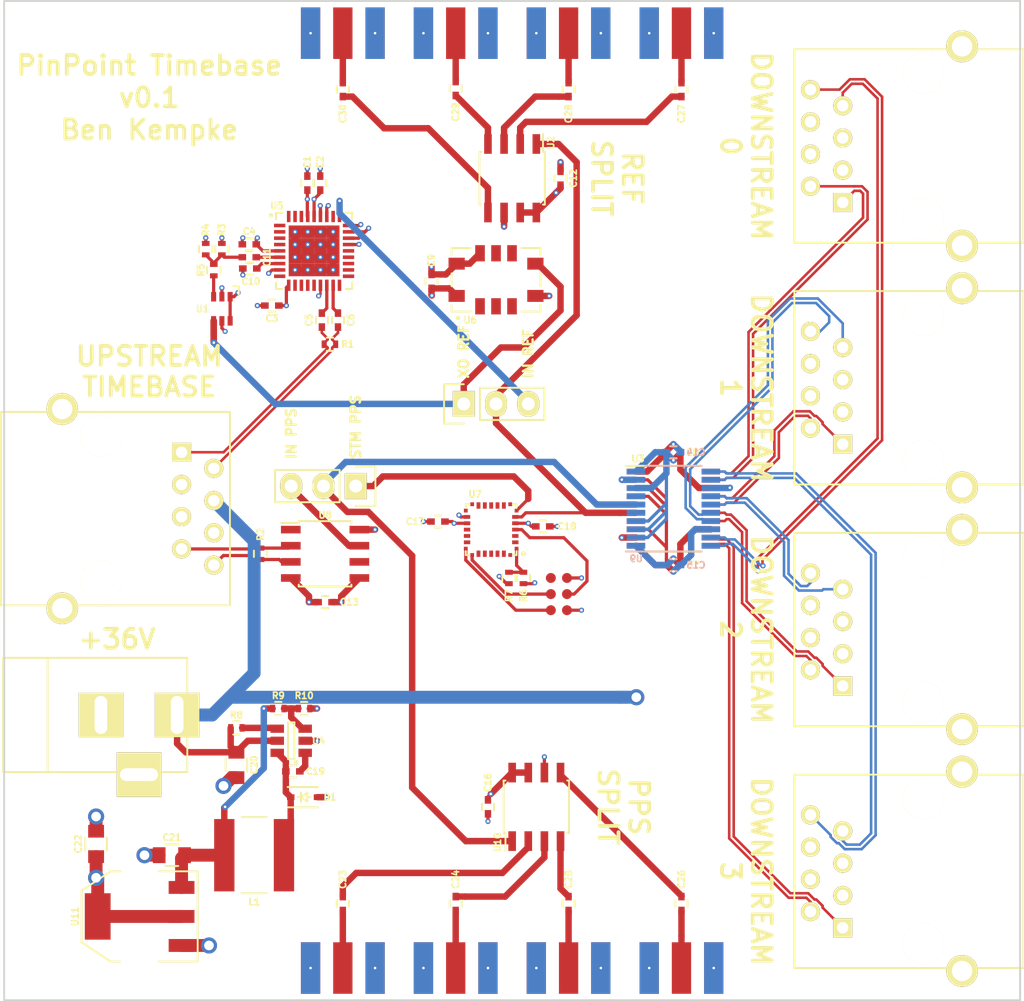
<source format=kicad_pcb>
(kicad_pcb (version 4) (host pcbnew "(2016-02-16 BZR 6568, Git 6c5f954)-product")
  (layers (0 F.Cu signal) (1 In1.Cu signal) (2 In2.Cu signal) (31 B.Cu signal) (34 B.Paste user) (35 F.Paste user) (36 B.SilkS user) (37 F.SilkS user) (38 B.Mask user) (39 F.Mask user) (44 Edge.Cuts user))
  (net 0 "")
  (net 1 V3P3)
  (net 2 GND)
  (net 3 "Net-(C10-Pad2)")
  (net 4 "Net-(C11-Pad1)")
  (net 5 "Net-(C11-Pad2)")
  (net 6 "Net-(C19-Pad1)")
  (net 7 "Net-(C19-Pad2)")
  (net 8 VDD)
  (net 9 "Net-(J1-Pad3)")
  (net 10 "Net-(J1-Pad6)")
  (net 11 "Net-(J2-Pad3)")
  (net 12 "Net-(J2-Pad6)")
  (net 13 "Net-(J3-Pad3)")
  (net 14 "Net-(J3-Pad6)")
  (net 15 "Net-(J4-Pad3)")
  (net 16 "Net-(J4-Pad6)")
  (net 17 "Net-(J5-Pad3)")
  (net 18 "Net-(J5-Pad6)")
  (net 19 "Net-(J6-Pad2)")
  (net 20 "Net-(J6-Pad3)")
  (net 21 "Net-(J6-Pad4)")
  (net 22 "Net-(J6-Pad6)")
  (net 23 "Net-(P1-Pad1)")
  (net 24 /SYS_CLK)
  (net 25 "Net-(P1-Pad3)")
  (net 26 "Net-(P6-Pad1)")
  (net 27 "Net-(P6-Pad2)")
  (net 28 "Net-(P6-Pad3)")
  (net 29 "Net-(R5-Pad1)")
  (net 30 "Net-(R6-Pad1)")
  (net 31 "Net-(R8-Pad2)")
  (net 32 "Net-(R10-Pad1)")
  (net 33 "Net-(U5-Pad1)")
  (net 34 "Net-(U5-Pad2)")
  (net 35 "Net-(U5-Pad3)")
  (net 36 "Net-(U5-Pad11)")
  (net 37 "Net-(U5-Pad14)")
  (net 38 "Net-(U5-Pad18)")
  (net 39 "Net-(U5-Pad19)")
  (net 40 "Net-(U5-Pad20)")
  (net 41 "Net-(U5-Pad22)")
  (net 42 "Net-(U5-Pad23)")
  (net 43 "Net-(U5-Pad29)")
  (net 44 "Net-(U5-Pad34)")
  (net 45 "Net-(U5-Pad35)")
  (net 46 "Net-(U7-Pad15)")
  (net 47 "Net-(U7-Pad8)")
  (net 48 "Net-(U7-Pad2)")
  (net 49 "Net-(U7-Pad3)")
  (net 50 "Net-(U7-Pad9)")
  (net 51 "Net-(U7-Pad10)")
  (net 52 "Net-(U7-Pad11)")
  (net 53 "Net-(U7-Pad12)")
  (net 54 "Net-(U7-Pad13)")
  (net 55 "Net-(U7-Pad14)")
  (net 56 "Net-(U7-Pad18)")
  (net 57 "Net-(U7-Pad19)")
  (net 58 "Net-(U7-Pad20)")
  (net 59 "Net-(U7-Pad23)")
  (net 60 "Net-(U7-Pad24)")
  (net 61 "Net-(U7-Pad25)")
  (net 62 "Net-(U7-Pad26)")
  (net 63 "Net-(U7-Pad27)")
  (net 64 "Net-(U7-Pad28)")
  (net 65 "Net-(C21-Pad1)")
  (net 66 /IN_REF+)
  (net 67 /IN_REF-)
  (net 68 /CLK2+)
  (net 69 /CLK2-)
  (net 70 /PPS2+)
  (net 71 /PPS2-)
  (net 72 /IN_PPS+)
  (net 73 /IN_PPS-)
  (net 74 /CLK0+)
  (net 75 /CLK0-)
  (net 76 /PPS0+)
  (net 77 /PPS0-)
  (net 78 /CLK1+)
  (net 79 /CLK1-)
  (net 80 /PPS1+)
  (net 81 /PPS1-)
  (net 82 /CLK3+)
  (net 83 /CLK3-)
  (net 84 /PPS3+)
  (net 85 /PPS3-)
  (net 86 /REFTMP+)
  (net 87 /REFTMP-)
  (net 88 "Net-(C23-Pad1)")
  (net 89 "Net-(C23-Pad2)")
  (net 90 "Net-(C24-Pad1)")
  (net 91 "Net-(C24-Pad2)")
  (net 92 "Net-(C25-Pad1)")
  (net 93 "Net-(C25-Pad2)")
  (net 94 "Net-(C26-Pad1)")
  (net 95 "Net-(C26-Pad2)")
  (net 96 "Net-(C27-Pad1)")
  (net 97 "Net-(C27-Pad2)")
  (net 98 "Net-(C28-Pad1)")
  (net 99 "Net-(C28-Pad2)")
  (net 100 "Net-(C29-Pad1)")
  (net 101 "Net-(C29-Pad2)")
  (net 102 "Net-(C30-Pad1)")
  (net 103 "Net-(C30-Pad2)")
  (module Capacitors_SMD:C_0402 (layer F.Cu) (at 111.506 80.391 90)
    (fp_text reference C1 (at 1.651 0 90) (layer F.SilkS) (effects (font (size 0.508 0.508) (thickness 0.127))))
    (fp_text value 0.1uF)
    (pad 1 smd rect (at -0.55 0 90) (size 0.6 0.5) (layers F.Cu F.Paste F.Mask) (net 1 V3P3))
    (pad 2 smd rect (at 0.55 0 90) (size 0.6 0.5) (layers F.Cu F.Paste F.Mask) (net 2 GND))
  )
  (module Capacitors_SMD:C_0402 (layer F.Cu) (at 112.522 80.391 270)
    (fp_text reference C2 (at -1.651 0 270) (layer F.SilkS) (effects (font (size 0.508 0.508) (thickness 0.127))))
    (fp_text value 0.1uF)
    (pad 1 smd rect (at -0.55 0 270) (size 0.6 0.5) (layers F.Cu F.Paste F.Mask) (net 2 GND))
    (pad 2 smd rect (at 0.55 0 270) (size 0.6 0.5) (layers F.Cu F.Paste F.Mask) (net 1 V3P3))
  )
  (module Capacitors_SMD:C_0402 (layer F.Cu) (at 108.712 90.043 180)
    (fp_text reference C3 (at 0 -1.016 180) (layer F.SilkS) (effects (font (size 0.508 0.508) (thickness 0.127))))
    (fp_text value 0.1uF)
    (pad 1 smd rect (at -0.55 0 180) (size 0.6 0.5) (layers F.Cu F.Paste F.Mask) (net 1 V3P3))
    (pad 2 smd rect (at 0.55 0 180) (size 0.6 0.5) (layers F.Cu F.Paste F.Mask) (net 2 GND))
  )
  (module Capacitors_SMD:C_0402 (layer F.Cu) (at 106.934 85.217)
    (fp_text reference C4 (at 0 -1.016) (layer F.SilkS) (effects (font (size 0.508 0.508) (thickness 0.127))))
    (fp_text value 0.1uF)
    (pad 1 smd rect (at -0.55 0) (size 0.6 0.5) (layers F.Cu F.Paste F.Mask) (net 2 GND))
    (pad 2 smd rect (at 0.55 0) (size 0.6 0.5) (layers F.Cu F.Paste F.Mask) (net 1 V3P3))
  )
  (module Capacitors_SMD:C_0402 (layer F.Cu) (at 112.649 91.186 270)
    (fp_text reference C5 (at 0 1.016 270) (layer F.SilkS) (effects (font (size 0.508 0.508) (thickness 0.127))))
    (fp_text value 0.1uF)
    (pad 1 smd rect (at -0.55 0 270) (size 0.6 0.5) (layers F.Cu F.Paste F.Mask) (net 86 /REFTMP+))
    (pad 2 smd rect (at 0.55 0 270) (size 0.6 0.5) (layers F.Cu F.Paste F.Mask) (net 66 /IN_REF+))
  )
  (module Capacitors_SMD:C_0402 (layer F.Cu) (at 113.919 91.186 270)
    (fp_text reference C6 (at 0 -1.016 270) (layer F.SilkS) (effects (font (size 0.508 0.508) (thickness 0.127))))
    (fp_text value 0.1uF)
    (pad 1 smd rect (at -0.55 0 270) (size 0.6 0.5) (layers F.Cu F.Paste F.Mask) (net 87 /REFTMP-))
    (pad 2 smd rect (at 0.55 0 270) (size 0.6 0.5) (layers F.Cu F.Paste F.Mask) (net 67 /IN_REF-))
  )
  (module Capacitors_SMD:C_0402 (layer F.Cu) (at 140.335 110.49)
    (fp_text reference C7 (at 1.524 0) (layer F.SilkS) (effects (font (size 0.508 0.508) (thickness 0.127))))
    (fp_text value 0.1uF)
    (pad 1 smd rect (at -0.55 0) (size 0.6 0.5) (layers F.Cu F.Paste F.Mask) (net 1 V3P3))
    (pad 2 smd rect (at 0.55 0) (size 0.6 0.5) (layers F.Cu F.Paste F.Mask) (net 2 GND))
  )
  (module Capacitors_SMD:C_0402 (layer F.Cu) (at 140.335 101.6)
    (fp_text reference C8 (at 1.524 0) (layer F.SilkS) (effects (font (size 0.508 0.508) (thickness 0.127))))
    (fp_text value 0.1uF)
    (pad 1 smd rect (at -0.55 0) (size 0.6 0.5) (layers F.Cu F.Paste F.Mask) (net 2 GND))
    (pad 2 smd rect (at 0.55 0) (size 0.6 0.5) (layers F.Cu F.Paste F.Mask) (net 1 V3P3))
  )
  (module Capacitors_SMD:C_0402 (layer F.Cu) (at 121.285 88.138 270)
    (fp_text reference C9 (at -1.651 0 270) (layer F.SilkS) (effects (font (size 0.508 0.508) (thickness 0.127))))
    (fp_text value 0.1uF)
    (pad 1 smd rect (at -0.55 0 270) (size 0.6 0.5) (layers F.Cu F.Paste F.Mask) (net 1 V3P3))
    (pad 2 smd rect (at 0.55 0 270) (size 0.6 0.5) (layers F.Cu F.Paste F.Mask) (net 2 GND))
  )
  (module Capacitors_SMD:C_0402 (layer F.Cu) (at 106.976 87.122)
    (fp_text reference C10 (at 0.085 1.016) (layer F.SilkS) (effects (font (size 0.508 0.508) (thickness 0.127))))
    (fp_text value 0.1uF)
    (pad 1 smd rect (at -0.55 0) (size 0.6 0.5) (layers F.Cu F.Paste F.Mask) (net 2 GND))
    (pad 2 smd rect (at 0.55 0) (size 0.6 0.5) (layers F.Cu F.Paste F.Mask) (net 3 "Net-(C10-Pad2)"))
  )
  (module Capacitors_SMD:C_0402 (layer F.Cu) (at 106.934 86.233)
    (fp_text reference C11 (at 1.397 0 90) (layer F.SilkS) (effects (font (size 0.508 0.508) (thickness 0.127))))
    (fp_text value 0.1uF)
    (pad 1 smd rect (at -0.55 0) (size 0.6 0.5) (layers F.Cu F.Paste F.Mask) (net 4 "Net-(C11-Pad1)"))
    (pad 2 smd rect (at 0.55 0) (size 0.6 0.5) (layers F.Cu F.Paste F.Mask) (net 5 "Net-(C11-Pad2)"))
  )
  (module Capacitors_SMD:C_0402 (layer F.Cu) (at 131.445 80.01 90)
    (fp_text reference C12 (at 0 1.016 90) (layer F.SilkS) (effects (font (size 0.508 0.508) (thickness 0.127))))
    (fp_text value 0.1uF)
    (pad 1 smd rect (at -0.55 0 90) (size 0.6 0.5) (layers F.Cu F.Paste F.Mask) (net 1 V3P3))
    (pad 2 smd rect (at 0.55 0 90) (size 0.6 0.5) (layers F.Cu F.Paste F.Mask) (net 2 GND))
  )
  (module Capacitors_SMD:C_0402 (layer F.Cu) (at 112.903 113.411)
    (fp_text reference C13 (at 1.905 0) (layer F.SilkS) (effects (font (size 0.508 0.508) (thickness 0.127))))
    (fp_text value 0.1uF)
    (pad 1 smd rect (at -0.55 0) (size 0.6 0.5) (layers F.Cu F.Paste F.Mask) (net 1 V3P3))
    (pad 2 smd rect (at 0.55 0) (size 0.6 0.5) (layers F.Cu F.Paste F.Mask) (net 2 GND))
  )
  (module Capacitors_SMD:C_0402 (layer B.Cu) (at 140.335 101.6)
    (fp_text reference C14 (at 1.778 0) (layer B.SilkS) (effects (font (size 0.508 0.508) (thickness 0.127)) (justify mirror)))
    (fp_text value 0.1uF)
    (pad 1 smd rect (at -0.55 0) (size 0.6 0.5) (layers B.Cu B.Paste B.Mask) (net 1 V3P3))
    (pad 2 smd rect (at 0.55 0) (size 0.6 0.5) (layers B.Cu B.Paste B.Mask) (net 2 GND))
  )
  (module Capacitors_SMD:C_0402 (layer B.Cu) (at 140.335 110.49)
    (fp_text reference C15 (at 1.778 0) (layer B.SilkS) (effects (font (size 0.508 0.508) (thickness 0.127)) (justify mirror)))
    (fp_text value 0.1uF)
    (pad 1 smd rect (at -0.55 0) (size 0.6 0.5) (layers B.Cu B.Paste B.Mask) (net 2 GND))
    (pad 2 smd rect (at 0.55 0) (size 0.6 0.5) (layers B.Cu B.Paste B.Mask) (net 1 V3P3))
  )
  (module Capacitors_SMD:C_0402 (layer F.Cu) (at 125.73 129.54 270)
    (fp_text reference C16 (at -1.905 0 270) (layer F.SilkS) (effects (font (size 0.508 0.508) (thickness 0.127))))
    (fp_text value 0.1uF)
    (pad 1 smd rect (at -0.55 0 270) (size 0.6 0.5) (layers F.Cu F.Paste F.Mask) (net 1 V3P3))
    (pad 2 smd rect (at 0.55 0 270) (size 0.6 0.5) (layers F.Cu F.Paste F.Mask) (net 2 GND))
  )
  (module Capacitors_SMD:C_0402 (layer F.Cu) (at 121.793 107.061 180)
    (fp_text reference C17 (at 1.778 0 180) (layer F.SilkS) (effects (font (size 0.508 0.508) (thickness 0.127))))
    (fp_text value 0.1uF)
    (pad 1 smd rect (at -0.55 0 180) (size 0.6 0.5) (layers F.Cu F.Paste F.Mask) (net 1 V3P3))
    (pad 2 smd rect (at 0.55 0 180) (size 0.6 0.5) (layers F.Cu F.Paste F.Mask) (net 2 GND))
  )
  (module Capacitors_SMD:C_0402 (layer F.Cu) (at 130.048 107.442 180)
    (fp_text reference C18 (at -1.905 0 180) (layer F.SilkS) (effects (font (size 0.508 0.508) (thickness 0.127))))
    (fp_text value 0.1uF)
    (pad 1 smd rect (at -0.55 0 180) (size 0.6 0.5) (layers F.Cu F.Paste F.Mask) (net 2 GND))
    (pad 2 smd rect (at 0.55 0 180) (size 0.6 0.5) (layers F.Cu F.Paste F.Mask) (net 1 V3P3))
  )
  (module Capacitors_SMD:C_0402 (layer F.Cu) (at 110.363 126.746)
    (fp_text reference C19 (at 1.778 0) (layer F.SilkS) (effects (font (size 0.508 0.508) (thickness 0.127))))
    (fp_text value 0.1uF)
    (pad 1 smd rect (at -0.55 0) (size 0.6 0.5) (layers F.Cu F.Paste F.Mask) (net 6 "Net-(C19-Pad1)"))
    (pad 2 smd rect (at 0.55 0) (size 0.6 0.5) (layers F.Cu F.Paste F.Mask) (net 7 "Net-(C19-Pad2)"))
  )
  (module Capacitors_SMD:C_0805 (layer F.Cu) (at 105.918 126.238 270)
    (fp_text reference C20 (at 0 -1.397 270) (layer F.SilkS) (effects (font (size 0.508 0.508) (thickness 0.127))))
    (fp_text value 4.7uF)
    (pad 1 smd rect (at -1 0 270) (size 1 1.25) (layers F.Cu F.Paste F.Mask) (net 8 VDD))
    (pad 2 smd rect (at 1 0 270) (size 1 1.25) (layers F.Cu F.Paste F.Mask) (net 2 GND))
  )
  (module Capacitors_SMD:C_0805 (layer F.Cu) (at 100.838 133.35 180)
    (fp_text reference C21 (at 0 1.397 180) (layer F.SilkS) (effects (font (size 0.508 0.508) (thickness 0.127))))
    (fp_text value 10uF)
    (pad 1 smd rect (at -1 0 180) (size 1 1.25) (layers F.Cu F.Paste F.Mask) (net 65 "Net-(C21-Pad1)"))
    (pad 2 smd rect (at 1 0 180) (size 1 1.25) (layers F.Cu F.Paste F.Mask) (net 2 GND))
  )
  (module Connect:BARREL_JACK (layer F.Cu) (at 95.04934 122.301)
    (fp_text reference CON1 hide)
    (fp_text value BARREL_JACK)
    (pad 1 thru_hole rect (at 6.20014 0) (size 3.50012 3.50012) (drill oval 1.00076 2.99974) (layers *.Cu *.Mask F.SilkS) (net 8 VDD))
    (pad 2 thru_hole rect (at 0.20066 0) (size 3.50012 3.50012) (drill oval 1.00076 2.99974) (layers *.Cu *.Mask F.SilkS) (net 2 GND))
    (pad 3 thru_hole rect (at 3.2004 4.699) (size 3.50012 3.50012) (drill oval 2.99974 1.00076) (layers *.Cu *.Mask F.SilkS) (net 2 GND))
  )
  (module Diodes_SMD:SOD-323 (layer F.Cu) (at 111.252 128.778)
    (fp_text reference D1 (at 2.032 0) (layer F.SilkS) (effects (font (size 0.508 0.508) (thickness 0.127))))
    (fp_text value D_Schottky)
    (pad 1 smd rect (at -1.055 0) (size 0.59 0.45) (layers F.Cu F.Paste F.Mask) (net 6 "Net-(C19-Pad1)"))
    (pad 2 smd rect (at 1.055 0) (size 0.59 0.45) (layers F.Cu F.Paste F.Mask) (net 2 GND))
  )
  (module polypoint:RJ45_8 (layer F.Cu) (at 160.02 115.57 90)
    (fp_text reference J1 hide)
    (fp_text value RJ45)
    (pad "" np_thru_hole circle (at 5.715 0 90) (size 3.2512 3.2512) (drill 3.2512) (layers *.Cu *.Mask F.SilkS))
    (pad "" np_thru_hole circle (at -5.715 0 90) (size 3.2512 3.2512) (drill 3.2512) (layers *.Cu *.Mask F.SilkS))
    (pad 1 thru_hole rect (at -4.445 -6.35 90) (size 1.50114 1.50114) (drill 0.89916) (layers *.Cu *.Mask F.SilkS) (net 68 /CLK2+))
    (pad 2 thru_hole circle (at -3.175 -8.89 90) (size 1.50114 1.50114) (drill 0.89916) (layers *.Cu *.Mask F.SilkS) (net 69 /CLK2-))
    (pad 3 thru_hole circle (at -1.905 -6.35 90) (size 1.50114 1.50114) (drill 0.89916) (layers *.Cu *.Mask F.SilkS) (net 9 "Net-(J1-Pad3)"))
    (pad 4 thru_hole circle (at -0.635 -8.89 90) (size 1.50114 1.50114) (drill 0.89916) (layers *.Cu *.Mask F.SilkS) (net 8 VDD))
    (pad 5 thru_hole circle (at 0.635 -6.35 90) (size 1.50114 1.50114) (drill 0.89916) (layers *.Cu *.Mask F.SilkS) (net 2 GND))
    (pad 6 thru_hole circle (at 1.905 -8.89 90) (size 1.50114 1.50114) (drill 0.89916) (layers *.Cu *.Mask F.SilkS) (net 10 "Net-(J1-Pad6)"))
    (pad 7 thru_hole circle (at 3.175 -6.35 90) (size 1.50114 1.50114) (drill 0.89916) (layers *.Cu *.Mask F.SilkS) (net 70 /PPS2+))
    (pad 8 thru_hole circle (at 4.445 -8.89 90) (size 1.50114 1.50114) (drill 0.89916) (layers *.Cu *.Mask F.SilkS) (net 71 /PPS2-))
    (pad 9 thru_hole circle (at -7.85 3.05 90) (size 2.5 2.5) (drill 1.6) (layers *.Cu *.Mask F.SilkS) (net 2 GND))
    (pad 9 thru_hole circle (at 7.85 3.05 90) (size 2.5 2.5) (drill 1.6) (layers *.Cu *.Mask F.SilkS) (net 2 GND))
  )
  (module polypoint:RJ45_8 (layer F.Cu) (at 95.25 106.045 270)
    (fp_text reference J2 hide)
    (fp_text value RJ45)
    (pad "" np_thru_hole circle (at 5.715 0 270) (size 3.2512 3.2512) (drill 3.2512) (layers *.Cu *.Mask F.SilkS))
    (pad "" np_thru_hole circle (at -5.715 0 270) (size 3.2512 3.2512) (drill 3.2512) (layers *.Cu *.Mask F.SilkS))
    (pad 1 thru_hole rect (at -4.445 -6.35 270) (size 1.50114 1.50114) (drill 0.89916) (layers *.Cu *.Mask F.SilkS) (net 66 /IN_REF+))
    (pad 2 thru_hole circle (at -3.175 -8.89 270) (size 1.50114 1.50114) (drill 0.89916) (layers *.Cu *.Mask F.SilkS) (net 67 /IN_REF-))
    (pad 3 thru_hole circle (at -1.905 -6.35 270) (size 1.50114 1.50114) (drill 0.89916) (layers *.Cu *.Mask F.SilkS) (net 11 "Net-(J2-Pad3)"))
    (pad 4 thru_hole circle (at -0.635 -8.89 270) (size 1.50114 1.50114) (drill 0.89916) (layers *.Cu *.Mask F.SilkS) (net 8 VDD))
    (pad 5 thru_hole circle (at 0.635 -6.35 270) (size 1.50114 1.50114) (drill 0.89916) (layers *.Cu *.Mask F.SilkS) (net 2 GND))
    (pad 6 thru_hole circle (at 1.905 -8.89 270) (size 1.50114 1.50114) (drill 0.89916) (layers *.Cu *.Mask F.SilkS) (net 12 "Net-(J2-Pad6)"))
    (pad 7 thru_hole circle (at 3.175 -6.35 270) (size 1.50114 1.50114) (drill 0.89916) (layers *.Cu *.Mask F.SilkS) (net 72 /IN_PPS+))
    (pad 8 thru_hole circle (at 4.445 -8.89 270) (size 1.50114 1.50114) (drill 0.89916) (layers *.Cu *.Mask F.SilkS) (net 73 /IN_PPS-))
    (pad 9 thru_hole circle (at -7.85 3.05 270) (size 2.5 2.5) (drill 1.6) (layers *.Cu *.Mask F.SilkS) (net 2 GND))
    (pad 9 thru_hole circle (at 7.85 3.05 270) (size 2.5 2.5) (drill 1.6) (layers *.Cu *.Mask F.SilkS) (net 2 GND))
  )
  (module polypoint:RJ45_8 (layer F.Cu) (at 160.02 77.47 90)
    (fp_text reference J3 hide)
    (fp_text value RJ45)
    (pad "" np_thru_hole circle (at 5.715 0 90) (size 3.2512 3.2512) (drill 3.2512) (layers *.Cu *.Mask F.SilkS))
    (pad "" np_thru_hole circle (at -5.715 0 90) (size 3.2512 3.2512) (drill 3.2512) (layers *.Cu *.Mask F.SilkS))
    (pad 1 thru_hole rect (at -4.445 -6.35 90) (size 1.50114 1.50114) (drill 0.89916) (layers *.Cu *.Mask F.SilkS) (net 74 /CLK0+))
    (pad 2 thru_hole circle (at -3.175 -8.89 90) (size 1.50114 1.50114) (drill 0.89916) (layers *.Cu *.Mask F.SilkS) (net 75 /CLK0-))
    (pad 3 thru_hole circle (at -1.905 -6.35 90) (size 1.50114 1.50114) (drill 0.89916) (layers *.Cu *.Mask F.SilkS) (net 13 "Net-(J3-Pad3)"))
    (pad 4 thru_hole circle (at -0.635 -8.89 90) (size 1.50114 1.50114) (drill 0.89916) (layers *.Cu *.Mask F.SilkS) (net 8 VDD))
    (pad 5 thru_hole circle (at 0.635 -6.35 90) (size 1.50114 1.50114) (drill 0.89916) (layers *.Cu *.Mask F.SilkS) (net 2 GND))
    (pad 6 thru_hole circle (at 1.905 -8.89 90) (size 1.50114 1.50114) (drill 0.89916) (layers *.Cu *.Mask F.SilkS) (net 14 "Net-(J3-Pad6)"))
    (pad 7 thru_hole circle (at 3.175 -6.35 90) (size 1.50114 1.50114) (drill 0.89916) (layers *.Cu *.Mask F.SilkS) (net 76 /PPS0+))
    (pad 8 thru_hole circle (at 4.445 -8.89 90) (size 1.50114 1.50114) (drill 0.89916) (layers *.Cu *.Mask F.SilkS) (net 77 /PPS0-))
    (pad 9 thru_hole circle (at -7.85 3.05 90) (size 2.5 2.5) (drill 1.6) (layers *.Cu *.Mask F.SilkS) (net 2 GND))
    (pad 9 thru_hole circle (at 7.85 3.05 90) (size 2.5 2.5) (drill 1.6) (layers *.Cu *.Mask F.SilkS) (net 2 GND))
  )
  (module polypoint:RJ45_8 (layer F.Cu) (at 160.02 96.52 90)
    (fp_text reference J4 hide)
    (fp_text value RJ45)
    (pad "" np_thru_hole circle (at 5.715 0 90) (size 3.2512 3.2512) (drill 3.2512) (layers *.Cu *.Mask F.SilkS))
    (pad "" np_thru_hole circle (at -5.715 0 90) (size 3.2512 3.2512) (drill 3.2512) (layers *.Cu *.Mask F.SilkS))
    (pad 1 thru_hole rect (at -4.445 -6.35 90) (size 1.50114 1.50114) (drill 0.89916) (layers *.Cu *.Mask F.SilkS) (net 78 /CLK1+))
    (pad 2 thru_hole circle (at -3.175 -8.89 90) (size 1.50114 1.50114) (drill 0.89916) (layers *.Cu *.Mask F.SilkS) (net 79 /CLK1-))
    (pad 3 thru_hole circle (at -1.905 -6.35 90) (size 1.50114 1.50114) (drill 0.89916) (layers *.Cu *.Mask F.SilkS) (net 15 "Net-(J4-Pad3)"))
    (pad 4 thru_hole circle (at -0.635 -8.89 90) (size 1.50114 1.50114) (drill 0.89916) (layers *.Cu *.Mask F.SilkS) (net 8 VDD))
    (pad 5 thru_hole circle (at 0.635 -6.35 90) (size 1.50114 1.50114) (drill 0.89916) (layers *.Cu *.Mask F.SilkS) (net 2 GND))
    (pad 6 thru_hole circle (at 1.905 -8.89 90) (size 1.50114 1.50114) (drill 0.89916) (layers *.Cu *.Mask F.SilkS) (net 16 "Net-(J4-Pad6)"))
    (pad 7 thru_hole circle (at 3.175 -6.35 90) (size 1.50114 1.50114) (drill 0.89916) (layers *.Cu *.Mask F.SilkS) (net 80 /PPS1+))
    (pad 8 thru_hole circle (at 4.445 -8.89 90) (size 1.50114 1.50114) (drill 0.89916) (layers *.Cu *.Mask F.SilkS) (net 81 /PPS1-))
    (pad 9 thru_hole circle (at -7.85 3.05 90) (size 2.5 2.5) (drill 1.6) (layers *.Cu *.Mask F.SilkS) (net 2 GND))
    (pad 9 thru_hole circle (at 7.85 3.05 90) (size 2.5 2.5) (drill 1.6) (layers *.Cu *.Mask F.SilkS) (net 2 GND))
  )
  (module polypoint:RJ45_8 (layer F.Cu) (at 160.02 134.62 90)
    (fp_text reference J5 hide)
    (fp_text value RJ45)
    (pad "" np_thru_hole circle (at 5.715 0 90) (size 3.2512 3.2512) (drill 3.2512) (layers *.Cu *.Mask F.SilkS))
    (pad "" np_thru_hole circle (at -5.715 0 90) (size 3.2512 3.2512) (drill 3.2512) (layers *.Cu *.Mask F.SilkS))
    (pad 1 thru_hole rect (at -4.445 -6.35 90) (size 1.50114 1.50114) (drill 0.89916) (layers *.Cu *.Mask F.SilkS) (net 82 /CLK3+))
    (pad 2 thru_hole circle (at -3.175 -8.89 90) (size 1.50114 1.50114) (drill 0.89916) (layers *.Cu *.Mask F.SilkS) (net 83 /CLK3-))
    (pad 3 thru_hole circle (at -1.905 -6.35 90) (size 1.50114 1.50114) (drill 0.89916) (layers *.Cu *.Mask F.SilkS) (net 17 "Net-(J5-Pad3)"))
    (pad 4 thru_hole circle (at -0.635 -8.89 90) (size 1.50114 1.50114) (drill 0.89916) (layers *.Cu *.Mask F.SilkS) (net 8 VDD))
    (pad 5 thru_hole circle (at 0.635 -6.35 90) (size 1.50114 1.50114) (drill 0.89916) (layers *.Cu *.Mask F.SilkS) (net 2 GND))
    (pad 6 thru_hole circle (at 1.905 -8.89 90) (size 1.50114 1.50114) (drill 0.89916) (layers *.Cu *.Mask F.SilkS) (net 18 "Net-(J5-Pad6)"))
    (pad 7 thru_hole circle (at 3.175 -6.35 90) (size 1.50114 1.50114) (drill 0.89916) (layers *.Cu *.Mask F.SilkS) (net 84 /PPS3+))
    (pad 8 thru_hole circle (at 4.445 -8.89 90) (size 1.50114 1.50114) (drill 0.89916) (layers *.Cu *.Mask F.SilkS) (net 85 /PPS3-))
    (pad 9 thru_hole circle (at -7.85 3.05 90) (size 2.5 2.5) (drill 1.6) (layers *.Cu *.Mask F.SilkS) (net 2 GND))
    (pad 9 thru_hole circle (at 7.85 3.05 90) (size 2.5 2.5) (drill 1.6) (layers *.Cu *.Mask F.SilkS) (net 2 GND))
  )
  (module polypoint:TC2030 (layer F.Cu) (at 131.318 112.776 90)
    (fp_text reference J6 hide)
    (fp_text value TC2030-JLINK-NL)
    (pad 1 smd circle (at -1.27 0.635 90) (size 0.787 0.787) (layers F.Cu F.Paste F.Mask) (net 1 V3P3))
    (pad 2 smd circle (at -1.27 -0.635 90) (size 0.787 0.787) (layers F.Cu F.Paste F.Mask) (net 19 "Net-(J6-Pad2)"))
    (pad 3 smd circle (at 0 0.635 90) (size 0.787 0.787) (layers F.Cu F.Paste F.Mask) (net 20 "Net-(J6-Pad3)"))
    (pad 4 smd circle (at 0 -0.635 90) (size 0.787 0.787) (layers F.Cu F.Paste F.Mask) (net 21 "Net-(J6-Pad4)"))
    (pad 5 smd circle (at 1.27 0.635 90) (size 0.787 0.787) (layers F.Cu F.Paste F.Mask) (net 2 GND))
    (pad 6 smd circle (at 1.27 -0.635 90) (size 0.787 0.787) (layers F.Cu F.Paste F.Mask) (net 22 "Net-(J6-Pad6)"))
    (pad "" np_thru_hole circle (at -2.54 0 90) (size 0.991 0.991) (drill 0.991) (layers *.Cu *.Mask F.SilkS))
    (pad "" np_thru_hole circle (at 2.54 -1.016 90) (size 0.991 0.991) (drill 0.991) (layers *.Cu *.Mask F.SilkS))
    (pad "" np_thru_hole circle (at 2.54 1.016 90) (size 0.991 0.991) (drill 0.991) (layers *.Cu *.Mask F.SilkS))
  )
  (module polypoint:NR6045 (layer F.Cu) (at 107.315 133.35 180)
    (fp_text reference L1 (at 0 -3.683 180) (layer F.SilkS) (effects (font (size 0.508 0.508) (thickness 0.127))))
    (fp_text value 22uH)
    (pad 1 smd rect (at -2.35 0 180) (size 1.6 5.7) (layers F.Cu F.Paste F.Mask) (net 6 "Net-(C19-Pad1)"))
    (pad 2 smd rect (at 2.35 0 180) (size 1.6 5.7) (layers F.Cu F.Paste F.Mask) (net 65 "Net-(C21-Pad1)"))
  )
  (module Pin_Headers:Pin_Header_Straight_1x03 (layer F.Cu) (at 123.825 97.79 90)
    (fp_text reference P1 hide)
    (fp_text value CONN_01X03)
    (pad 1 thru_hole rect (at 0 0 90) (size 2.032 1.7272) (drill 1.016) (layers *.Cu *.Mask F.SilkS) (net 23 "Net-(P1-Pad1)"))
    (pad 2 thru_hole oval (at 0 2.54 90) (size 2.032 1.7272) (drill 1.016) (layers *.Cu *.Mask F.SilkS) (net 24 /SYS_CLK))
    (pad 3 thru_hole oval (at 0 5.08 90) (size 2.032 1.7272) (drill 1.016) (layers *.Cu *.Mask F.SilkS) (net 25 "Net-(P1-Pad3)"))
  )
  (module polypoint:SMA_EDGE (layer F.Cu) (at 140.97 68.58 90)
    (fp_text reference P2 hide)
    (fp_text value SMA)
    (pad 1 smd rect (at 0 0 90) (size 4.06 1.52) (layers F.Cu F.Paste F.Mask) (net 97 "Net-(C27-Pad2)"))
    (pad 2 smd rect (at 0 -2.54 90) (size 4.06 1.52) (layers F.Cu F.Paste F.Mask) (net 2 GND))
    (pad 2 smd rect (at 0 2.54 90) (size 4.06 1.52) (layers F.Cu F.Paste F.Mask) (net 2 GND))
    (pad 2 smd rect (at 0 -2.54 90) (size 4.06 1.52) (layers B.Cu B.Paste B.Mask) (net 2 GND))
    (pad 2 smd rect (at 0 2.54 90) (size 4.06 1.52) (layers B.Cu B.Paste B.Mask) (net 2 GND))
  )
  (module polypoint:SMA_EDGE (layer F.Cu) (at 132.08 68.58 90)
    (fp_text reference P3 hide)
    (fp_text value SMA)
    (pad 1 smd rect (at 0 0 90) (size 4.06 1.52) (layers F.Cu F.Paste F.Mask) (net 99 "Net-(C28-Pad2)"))
    (pad 2 smd rect (at 0 -2.54 90) (size 4.06 1.52) (layers F.Cu F.Paste F.Mask) (net 2 GND))
    (pad 2 smd rect (at 0 2.54 90) (size 4.06 1.52) (layers F.Cu F.Paste F.Mask) (net 2 GND))
    (pad 2 smd rect (at 0 -2.54 90) (size 4.06 1.52) (layers B.Cu B.Paste B.Mask) (net 2 GND))
    (pad 2 smd rect (at 0 2.54 90) (size 4.06 1.52) (layers B.Cu B.Paste B.Mask) (net 2 GND))
  )
  (module polypoint:SMA_EDGE (layer F.Cu) (at 123.19 68.58 90)
    (fp_text reference P4 hide)
    (fp_text value SMA)
    (pad 1 smd rect (at 0 0 90) (size 4.06 1.52) (layers F.Cu F.Paste F.Mask) (net 101 "Net-(C29-Pad2)"))
    (pad 2 smd rect (at 0 -2.54 90) (size 4.06 1.52) (layers F.Cu F.Paste F.Mask) (net 2 GND))
    (pad 2 smd rect (at 0 2.54 90) (size 4.06 1.52) (layers F.Cu F.Paste F.Mask) (net 2 GND))
    (pad 2 smd rect (at 0 -2.54 90) (size 4.06 1.52) (layers B.Cu B.Paste B.Mask) (net 2 GND))
    (pad 2 smd rect (at 0 2.54 90) (size 4.06 1.52) (layers B.Cu B.Paste B.Mask) (net 2 GND))
  )
  (module polypoint:SMA_EDGE (layer F.Cu) (at 114.3 68.58 90)
    (fp_text reference P5 hide)
    (fp_text value SMA)
    (pad 1 smd rect (at 0 0 90) (size 4.06 1.52) (layers F.Cu F.Paste F.Mask) (net 103 "Net-(C30-Pad2)"))
    (pad 2 smd rect (at 0 -2.54 90) (size 4.06 1.52) (layers F.Cu F.Paste F.Mask) (net 2 GND))
    (pad 2 smd rect (at 0 2.54 90) (size 4.06 1.52) (layers F.Cu F.Paste F.Mask) (net 2 GND))
    (pad 2 smd rect (at 0 -2.54 90) (size 4.06 1.52) (layers B.Cu B.Paste B.Mask) (net 2 GND))
    (pad 2 smd rect (at 0 2.54 90) (size 4.06 1.52) (layers B.Cu B.Paste B.Mask) (net 2 GND))
  )
  (module Pin_Headers:Pin_Header_Straight_1x03 (layer F.Cu) (at 115.316 104.267 270)
    (fp_text reference P6 hide)
    (fp_text value CONN_01X03)
    (pad 1 thru_hole rect (at 0 0 270) (size 2.032 1.7272) (drill 1.016) (layers *.Cu *.Mask F.SilkS) (net 26 "Net-(P6-Pad1)"))
    (pad 2 thru_hole oval (at 0 2.54 270) (size 2.032 1.7272) (drill 1.016) (layers *.Cu *.Mask F.SilkS) (net 27 "Net-(P6-Pad2)"))
    (pad 3 thru_hole oval (at 0 5.08 270) (size 2.032 1.7272) (drill 1.016) (layers *.Cu *.Mask F.SilkS) (net 28 "Net-(P6-Pad3)"))
  )
  (module polypoint:SMA_EDGE (layer F.Cu) (at 114.3 142.24 270)
    (fp_text reference eP7 hide)
    (fp_text value SMA)
    (pad 1 smd rect (at 0 0 270) (size 4.06 1.52) (layers F.Cu F.Paste F.Mask) (net 89 "Net-(C23-Pad2)"))
    (pad 2 smd rect (at 0 -2.54 270) (size 4.06 1.52) (layers F.Cu F.Paste F.Mask) (net 2 GND))
    (pad 2 smd rect (at 0 2.54 270) (size 4.06 1.52) (layers F.Cu F.Paste F.Mask) (net 2 GND))
    (pad 2 smd rect (at 0 -2.54 270) (size 4.06 1.52) (layers B.Cu B.Paste B.Mask) (net 2 GND))
    (pad 2 smd rect (at 0 2.54 270) (size 4.06 1.52) (layers B.Cu B.Paste B.Mask) (net 2 GND))
  )
  (module polypoint:SMA_EDGE (layer F.Cu) (at 123.19 142.24 270)
    (fp_text reference P8 hide)
    (fp_text value SMA)
    (pad 1 smd rect (at 0 0 270) (size 4.06 1.52) (layers F.Cu F.Paste F.Mask) (net 91 "Net-(C24-Pad2)"))
    (pad 2 smd rect (at 0 -2.54 270) (size 4.06 1.52) (layers F.Cu F.Paste F.Mask) (net 2 GND))
    (pad 2 smd rect (at 0 2.54 270) (size 4.06 1.52) (layers F.Cu F.Paste F.Mask) (net 2 GND))
    (pad 2 smd rect (at 0 -2.54 270) (size 4.06 1.52) (layers B.Cu B.Paste B.Mask) (net 2 GND))
    (pad 2 smd rect (at 0 2.54 270) (size 4.06 1.52) (layers B.Cu B.Paste B.Mask) (net 2 GND))
  )
  (module polypoint:SMA_EDGE (layer F.Cu) (at 132.08 142.24 270)
    (fp_text reference P9 hide)
    (fp_text value SMA)
    (pad 1 smd rect (at 0 0 270) (size 4.06 1.52) (layers F.Cu F.Paste F.Mask) (net 93 "Net-(C25-Pad2)"))
    (pad 2 smd rect (at 0 -2.54 270) (size 4.06 1.52) (layers F.Cu F.Paste F.Mask) (net 2 GND))
    (pad 2 smd rect (at 0 2.54 270) (size 4.06 1.52) (layers F.Cu F.Paste F.Mask) (net 2 GND))
    (pad 2 smd rect (at 0 -2.54 270) (size 4.06 1.52) (layers B.Cu B.Paste B.Mask) (net 2 GND))
    (pad 2 smd rect (at 0 2.54 270) (size 4.06 1.52) (layers B.Cu B.Paste B.Mask) (net 2 GND))
  )
  (module polypoint:SMA_EDGE (layer F.Cu) (at 140.97 142.24 270)
    (fp_text reference P10 hide)
    (fp_text value SMA)
    (pad 1 smd rect (at 0 0 270) (size 4.06 1.52) (layers F.Cu F.Paste F.Mask) (net 95 "Net-(C26-Pad2)"))
    (pad 2 smd rect (at 0 -2.54 270) (size 4.06 1.52) (layers F.Cu F.Paste F.Mask) (net 2 GND))
    (pad 2 smd rect (at 0 2.54 270) (size 4.06 1.52) (layers F.Cu F.Paste F.Mask) (net 2 GND))
    (pad 2 smd rect (at 0 -2.54 270) (size 4.06 1.52) (layers B.Cu B.Paste B.Mask) (net 2 GND))
    (pad 2 smd rect (at 0 2.54 270) (size 4.06 1.52) (layers B.Cu B.Paste B.Mask) (net 2 GND))
  )
  (module Resistors_SMD:R_0402 (layer F.Cu) (at 113.284 93.091)
    (fp_text reference R1 (at 1.397 0) (layer F.SilkS) (effects (font (size 0.508 0.508) (thickness 0.127))))
    (fp_text value R_Small)
    (pad 1 smd rect (at -0.45 0) (size 0.4 0.6) (layers F.Cu F.Paste F.Mask) (net 66 /IN_REF+))
    (pad 2 smd rect (at 0.45 0) (size 0.4 0.6) (layers F.Cu F.Paste F.Mask) (net 67 /IN_REF-))
  )
  (module Resistors_SMD:R_0402 (layer F.Cu) (at 107.823 109.601 270)
    (fp_text reference R2 (at -1.524 0 270) (layer F.SilkS) (effects (font (size 0.508 0.508) (thickness 0.127))))
    (fp_text value R_Small)
    (pad 1 smd rect (at -0.45 0 270) (size 0.4 0.6) (layers F.Cu F.Paste F.Mask) (net 72 /IN_PPS+))
    (pad 2 smd rect (at 0.45 0 270) (size 0.4 0.6) (layers F.Cu F.Paste F.Mask) (net 73 /IN_PPS-))
  )
  (module Resistors_SMD:R_0402 (layer F.Cu) (at 104.775 85.598 90)
    (fp_text reference R3 (at 1.524 0 90) (layer F.SilkS) (effects (font (size 0.508 0.508) (thickness 0.127))))
    (fp_text value 150)
    (pad 1 smd rect (at -0.45 0 90) (size 0.4 0.6) (layers F.Cu F.Paste F.Mask) (net 4 "Net-(C11-Pad1)"))
    (pad 2 smd rect (at 0.45 0 90) (size 0.4 0.6) (layers F.Cu F.Paste F.Mask) (net 1 V3P3))
  )
  (module Resistors_SMD:R_0402 (layer F.Cu) (at 103.505 85.598 270)
    (fp_text reference R4 (at -1.524 0 270) (layer F.SilkS) (effects (font (size 0.508 0.508) (thickness 0.127))))
    (fp_text value 150)
    (pad 1 smd rect (at -0.45 0 270) (size 0.4 0.6) (layers F.Cu F.Paste F.Mask) (net 2 GND))
    (pad 2 smd rect (at 0.45 0 270) (size 0.4 0.6) (layers F.Cu F.Paste F.Mask) (net 4 "Net-(C11-Pad1)"))
  )
  (module Resistors_SMD:R_0402 (layer F.Cu) (at 104.14 87.249 90)
    (fp_text reference R5 (at 0 -1.016 90) (layer F.SilkS) (effects (font (size 0.508 0.508) (thickness 0.127))))
    (fp_text value 130)
    (pad 1 smd rect (at -0.45 0 90) (size 0.4 0.6) (layers F.Cu F.Paste F.Mask) (net 29 "Net-(R5-Pad1)"))
    (pad 2 smd rect (at 0.45 0 90) (size 0.4 0.6) (layers F.Cu F.Paste F.Mask) (net 4 "Net-(C11-Pad1)"))
  )
  (module Resistors_SMD:R_0402 (layer F.Cu) (at 128.524 111.506 270)
    (fp_text reference R6 (at 1.397 0 270) (layer F.SilkS) (effects (font (size 0.508 0.508) (thickness 0.127))))
    (fp_text value R_Small)
    (pad 1 smd rect (at -0.45 0 270) (size 0.4 0.6) (layers F.Cu F.Paste F.Mask) (net 30 "Net-(R6-Pad1)"))
    (pad 2 smd rect (at 0.45 0 270) (size 0.4 0.6) (layers F.Cu F.Paste F.Mask) (net 1 V3P3))
  )
  (module Resistors_SMD:R_0402 (layer F.Cu) (at 127.381 111.506 270)
    (fp_text reference R7 (at 1.397 0 270) (layer F.SilkS) (effects (font (size 0.508 0.508) (thickness 0.127))))
    (fp_text value R_Small)
    (pad 1 smd rect (at -0.45 0 270) (size 0.4 0.6) (layers F.Cu F.Paste F.Mask) (net 30 "Net-(R6-Pad1)"))
    (pad 2 smd rect (at 0.45 0 270) (size 0.4 0.6) (layers F.Cu F.Paste F.Mask) (net 2 GND))
  )
  (module Resistors_SMD:R_0402 (layer F.Cu) (at 105.918 123.317)
    (fp_text reference R8 (at 0 -1.016) (layer F.SilkS) (effects (font (size 0.508 0.508) (thickness 0.127))))
    (fp_text value 4.7K)
    (pad 1 smd rect (at -0.45 0) (size 0.4 0.6) (layers F.Cu F.Paste F.Mask) (net 8 VDD))
    (pad 2 smd rect (at 0.45 0) (size 0.4 0.6) (layers F.Cu F.Paste F.Mask) (net 31 "Net-(R8-Pad2)"))
  )
  (module Resistors_SMD:R_0402 (layer F.Cu) (at 109.22 121.793)
    (fp_text reference R9 (at 0 -1.016) (layer F.SilkS) (effects (font (size 0.508 0.508) (thickness 0.127))))
    (fp_text value 49.9K)
    (pad 1 smd rect (at -0.45 0) (size 0.4 0.6) (layers F.Cu F.Paste F.Mask) (net 65 "Net-(C21-Pad1)"))
    (pad 2 smd rect (at 0.45 0) (size 0.4 0.6) (layers F.Cu F.Paste F.Mask) (net 32 "Net-(R10-Pad1)"))
  )
  (module Resistors_SMD:R_0402 (layer F.Cu) (at 111.252 121.793)
    (fp_text reference R10 (at 0 -1.016) (layer F.SilkS) (effects (font (size 0.508 0.508) (thickness 0.127))))
    (fp_text value 9.53K)
    (pad 1 smd rect (at -0.45 0) (size 0.4 0.6) (layers F.Cu F.Paste F.Mask) (net 32 "Net-(R10-Pad1)"))
    (pad 2 smd rect (at 0.45 0) (size 0.4 0.6) (layers F.Cu F.Paste F.Mask) (net 2 GND))
  )
  (module TO_SOT_Packages_SMD:SC-70-6 (layer F.Cu) (at 104.775 90.297 180)
    (fp_text reference U1 (at 1.524 0 180) (layer F.SilkS) (effects (font (size 0.508 0.508) (thickness 0.127))))
    (fp_text value SN74AVC1T45)
    (pad 1 smd rect (at -0.65024 0.94996 180) (size 0.39878 0.7493) (layers F.Cu F.Paste F.Mask) (net 1 V3P3))
    (pad 2 smd rect (at 0 0.94996 180) (size 0.39878 0.7493) (layers F.Cu F.Paste F.Mask) (net 2 GND))
    (pad 3 smd rect (at 0.65024 0.94996 180) (size 0.39878 0.7493) (layers F.Cu F.Paste F.Mask) (net 29 "Net-(R5-Pad1)"))
    (pad 4 smd rect (at 0.65024 -0.94996 180) (size 0.39878 0.7493) (layers F.Cu F.Paste F.Mask) (net 23 "Net-(P1-Pad1)"))
    (pad 5 smd rect (at 0 -0.94996 180) (size 0.39878 0.7493) (layers F.Cu F.Paste F.Mask) (net 2 GND))
    (pad 6 smd rect (at -0.65024 -0.94996 180) (size 0.39878 0.7493) (layers F.Cu F.Paste F.Mask) (net 1 V3P3))
  )
  (module Housings_SOIC:SOIC-8_3.9x4.9mm_Pitch1.27mm (layer F.Cu) (at 127.635 80.01 270)
    (fp_text reference U2 (at -2.794 -3.048 450) (layer F.SilkS) (effects (font (size 0.508 0.508) (thickness 0.127))))
    (fp_text value 551S)
    (pad 1 smd rect (at -2.7 -1.905 270) (size 1.55 0.6) (layers F.Cu F.Paste F.Mask) (net 24 /SYS_CLK))
    (pad 2 smd rect (at -2.7 -0.635 270) (size 1.55 0.6) (layers F.Cu F.Paste F.Mask) (net 96 "Net-(C27-Pad1)"))
    (pad 3 smd rect (at -2.7 0.635 270) (size 1.55 0.6) (layers F.Cu F.Paste F.Mask) (net 98 "Net-(C28-Pad1)"))
    (pad 4 smd rect (at -2.7 1.905 270) (size 1.55 0.6) (layers F.Cu F.Paste F.Mask) (net 100 "Net-(C29-Pad1)"))
    (pad 5 smd rect (at 2.7 1.905 270) (size 1.55 0.6) (layers F.Cu F.Paste F.Mask) (net 102 "Net-(C30-Pad1)"))
    (pad 6 smd rect (at 2.7 0.635 270) (size 1.55 0.6) (layers F.Cu F.Paste F.Mask) (net 2 GND))
    (pad 7 smd rect (at 2.7 -0.635 270) (size 1.55 0.6) (layers F.Cu F.Paste F.Mask) (net 1 V3P3))
    (pad 8 smd rect (at 2.7 -1.905 270) (size 1.55 0.6) (layers F.Cu F.Paste F.Mask) (net 1 V3P3))
  )
  (module Housings_SSOP:TSSOP-20_4.4x6.5mm_Pitch0.65mm (layer F.Cu) (at 140.335 106.045)
    (fp_text reference U3 (at -2.794 -3.937) (layer F.SilkS) (effects (font (size 0.508 0.508) (thickness 0.127))))
    (fp_text value ICS8545)
    (pad 1 smd rect (at -2.95 -2.925) (size 1.45 0.45) (layers F.Cu F.Paste F.Mask) (net 2 GND))
    (pad 2 smd rect (at -2.95 -2.275) (size 1.45 0.45) (layers F.Cu F.Paste F.Mask) (net 1 V3P3))
    (pad 3 smd rect (at -2.95 -1.625) (size 1.45 0.45) (layers F.Cu F.Paste F.Mask) (net 1 V3P3))
    (pad 4 smd rect (at -2.95 -0.975) (size 1.45 0.45) (layers F.Cu F.Paste F.Mask) (net 1 V3P3))
    (pad 5 smd rect (at -2.95 -0.325) (size 1.45 0.45) (layers F.Cu F.Paste F.Mask))
    (pad 6 smd rect (at -2.95 0.325) (size 1.45 0.45) (layers F.Cu F.Paste F.Mask) (net 24 /SYS_CLK))
    (pad 7 smd rect (at -2.95 0.975) (size 1.45 0.45) (layers F.Cu F.Paste F.Mask))
    (pad 8 smd rect (at -2.95 1.625) (size 1.45 0.45) (layers F.Cu F.Paste F.Mask) (net 1 V3P3))
    (pad 9 smd rect (at -2.95 2.275) (size 1.45 0.45) (layers F.Cu F.Paste F.Mask) (net 2 GND))
    (pad 10 smd rect (at -2.95 2.925) (size 1.45 0.45) (layers F.Cu F.Paste F.Mask) (net 1 V3P3))
    (pad 11 smd rect (at 2.95 2.925) (size 1.45 0.45) (layers F.Cu F.Paste F.Mask) (net 83 /CLK3-))
    (pad 12 smd rect (at 2.95 2.275) (size 1.45 0.45) (layers F.Cu F.Paste F.Mask) (net 82 /CLK3+))
    (pad 13 smd rect (at 2.95 1.625) (size 1.45 0.45) (layers F.Cu F.Paste F.Mask) (net 2 GND))
    (pad 14 smd rect (at 2.95 0.975) (size 1.45 0.45) (layers F.Cu F.Paste F.Mask) (net 69 /CLK2-))
    (pad 15 smd rect (at 2.95 0.325) (size 1.45 0.45) (layers F.Cu F.Paste F.Mask) (net 68 /CLK2+))
    (pad 16 smd rect (at 2.95 -0.325) (size 1.45 0.45) (layers F.Cu F.Paste F.Mask) (net 79 /CLK1-))
    (pad 17 smd rect (at 2.95 -0.975) (size 1.45 0.45) (layers F.Cu F.Paste F.Mask) (net 78 /CLK1+))
    (pad 18 smd rect (at 2.95 -1.625) (size 1.45 0.45) (layers F.Cu F.Paste F.Mask) (net 1 V3P3))
    (pad 19 smd rect (at 2.95 -2.275) (size 1.45 0.45) (layers F.Cu F.Paste F.Mask) (net 75 /CLK0-))
    (pad 20 smd rect (at 2.95 -2.925) (size 1.45 0.45) (layers F.Cu F.Paste F.Mask) (net 74 /CLK0+))
  )
  (module TO_SOT_Packages_SMD:SOT-23-6 (layer F.Cu) (at 110.236 124.333 180)
    (fp_text reference U4 (at -2.159 0 180) (layer F.SilkS) (effects (font (size 0.508 0.508) (thickness 0.127))))
    (fp_text value AOZ1282CI)
    (pad 1 smd rect (at -1.1 -0.95 180) (size 1.06 0.65) (layers F.Cu F.Paste F.Mask) (net 7 "Net-(C19-Pad2)"))
    (pad 2 smd rect (at -1.1 0 180) (size 1.06 0.65) (layers F.Cu F.Paste F.Mask) (net 2 GND))
    (pad 3 smd rect (at -1.1 0.95 180) (size 1.06 0.65) (layers F.Cu F.Paste F.Mask) (net 32 "Net-(R10-Pad1)"))
    (pad 4 smd rect (at 1.1 0.95 180) (size 1.06 0.65) (layers F.Cu F.Paste F.Mask) (net 31 "Net-(R8-Pad2)"))
    (pad 6 smd rect (at 1.1 -0.95 180) (size 1.06 0.65) (layers F.Cu F.Paste F.Mask) (net 6 "Net-(C19-Pad1)"))
    (pad 5 smd rect (at 1.1 0 180) (size 1.06 0.65) (layers F.Cu F.Paste F.Mask) (net 8 VDD))
  )
  (module polypoint:QFN-36_1EP_6x6mm (layer F.Cu) (at 112.038 85.733)
    (fp_text reference U5 (at -2.945 -3.564) (layer F.SilkS) (effects (font (size 0.508 0.508) (thickness 0.127))))
    (fp_text value SI5317)
    (pad 1 smd rect (at -2.71 -2) (size 0.89 0.28) (layers F.Cu F.Paste F.Mask) (net 33 "Net-(U5-Pad1)"))
    (pad 2 smd rect (at -2.71 -1.5) (size 0.89 0.28) (layers F.Cu F.Paste F.Mask) (net 34 "Net-(U5-Pad2)"))
    (pad 3 smd rect (at -2.71 -1) (size 0.89 0.28) (layers F.Cu F.Paste F.Mask) (net 35 "Net-(U5-Pad3)"))
    (pad 4 smd rect (at -2.71 -0.5) (size 0.89 0.28) (layers F.Cu F.Paste F.Mask))
    (pad 5 smd rect (at -2.71 0) (size 0.89 0.28) (layers F.Cu F.Paste F.Mask) (net 1 V3P3))
    (pad 6 smd rect (at -2.71 0.5) (size 0.89 0.28) (layers F.Cu F.Paste F.Mask) (net 5 "Net-(C11-Pad2)"))
    (pad 7 smd rect (at -2.71 1) (size 0.89 0.28) (layers F.Cu F.Paste F.Mask) (net 3 "Net-(C10-Pad2)"))
    (pad 8 smd rect (at -2.71 1.5) (size 0.89 0.28) (layers F.Cu F.Paste F.Mask) (net 2 GND))
    (pad 9 smd rect (at -2.71 2) (size 0.89 0.28) (layers F.Cu F.Paste F.Mask))
    (pad 10 smd rect (at -2 2.71 90) (size 0.89 0.28) (layers F.Cu F.Paste F.Mask) (net 1 V3P3))
    (pad 11 smd rect (at -1.5 2.71 90) (size 0.89 0.28) (layers F.Cu F.Paste F.Mask) (net 36 "Net-(U5-Pad11)"))
    (pad 12 smd rect (at -1 2.71 90) (size 0.89 0.28) (layers F.Cu F.Paste F.Mask))
    (pad 13 smd rect (at -0.5 2.71 90) (size 0.89 0.28) (layers F.Cu F.Paste F.Mask))
    (pad 14 smd rect (at 0 2.71 90) (size 0.89 0.28) (layers F.Cu F.Paste F.Mask) (net 37 "Net-(U5-Pad14)"))
    (pad 15 smd rect (at 0.5 2.71 90) (size 0.89 0.28) (layers F.Cu F.Paste F.Mask) (net 2 GND))
    (pad 16 smd rect (at 1 2.71 90) (size 0.89 0.28) (layers F.Cu F.Paste F.Mask) (net 86 /REFTMP+))
    (pad 17 smd rect (at 1.5 2.71 90) (size 0.89 0.28) (layers F.Cu F.Paste F.Mask) (net 87 /REFTMP-))
    (pad 18 smd rect (at 2 2.71 90) (size 0.89 0.28) (layers F.Cu F.Paste F.Mask) (net 38 "Net-(U5-Pad18)"))
    (pad 19 smd rect (at 2.71 2 180) (size 0.89 0.28) (layers F.Cu F.Paste F.Mask) (net 39 "Net-(U5-Pad19)"))
    (pad 20 smd rect (at 2.71 1.5 180) (size 0.89 0.28) (layers F.Cu F.Paste F.Mask) (net 40 "Net-(U5-Pad20)"))
    (pad 21 smd rect (at 2.71 1 180) (size 0.89 0.28) (layers F.Cu F.Paste F.Mask))
    (pad 22 smd rect (at 2.71 0.5 180) (size 0.89 0.28) (layers F.Cu F.Paste F.Mask) (net 41 "Net-(U5-Pad22)"))
    (pad 23 smd rect (at 2.71 0 180) (size 0.89 0.28) (layers F.Cu F.Paste F.Mask) (net 42 "Net-(U5-Pad23)"))
    (pad 24 smd rect (at 2.71 -0.5 180) (size 0.89 0.28) (layers F.Cu F.Paste F.Mask) (net 2 GND))
    (pad 25 smd rect (at 2.71 -1 180) (size 0.89 0.28) (layers F.Cu F.Paste F.Mask) (net 1 V3P3))
    (pad 26 smd rect (at 2.71 -1.5 180) (size 0.89 0.28) (layers F.Cu F.Paste F.Mask) (net 1 V3P3))
    (pad 27 smd rect (at 2.71 -2 180) (size 0.89 0.28) (layers F.Cu F.Paste F.Mask) (net 2 GND))
    (pad 28 smd rect (at 2 -2.71 270) (size 0.89 0.28) (layers F.Cu F.Paste F.Mask) (net 25 "Net-(P1-Pad3)"))
    (pad 29 smd rect (at 1.5 -2.71 270) (size 0.89 0.28) (layers F.Cu F.Paste F.Mask) (net 43 "Net-(U5-Pad29)"))
    (pad 30 smd rect (at 1 -2.71 270) (size 0.89 0.28) (layers F.Cu F.Paste F.Mask) (net 2 GND))
    (pad 31 smd rect (at 0.5 -2.71 270) (size 0.89 0.28) (layers F.Cu F.Paste F.Mask) (net 2 GND))
    (pad 32 smd rect (at 0 -2.71 270) (size 0.89 0.28) (layers F.Cu F.Paste F.Mask) (net 1 V3P3))
    (pad 33 smd rect (at -0.5 -2.71 270) (size 0.89 0.28) (layers F.Cu F.Paste F.Mask) (net 1 V3P3))
    (pad 34 smd rect (at -1 -2.71 270) (size 0.89 0.28) (layers F.Cu F.Paste F.Mask) (net 44 "Net-(U5-Pad34)"))
    (pad 35 smd rect (at -1.5 -2.71 270) (size 0.89 0.28) (layers F.Cu F.Paste F.Mask) (net 45 "Net-(U5-Pad35)"))
    (pad 36 smd rect (at -2 -2.71 270) (size 0.89 0.28) (layers F.Cu F.Paste F.Mask))
    (pad 37 smd rect (at -1.5 -1.5 270) (size 1 1) (layers F.Cu F.Paste F.Mask) (net 2 GND))
    (pad 37 smd rect (at -0.5 -1.5 270) (size 1 1) (layers F.Cu F.Paste F.Mask) (net 2 GND))
    (pad 37 smd rect (at 0.5 -1.5 270) (size 1 1) (layers F.Cu F.Paste F.Mask) (net 2 GND))
    (pad 37 smd rect (at 1.5 -1.5 270) (size 1 1) (layers F.Cu F.Paste F.Mask) (net 2 GND))
    (pad 37 smd rect (at -1.5 -0.5 270) (size 1 1) (layers F.Cu F.Paste F.Mask) (net 2 GND))
    (pad 37 smd rect (at -0.5 -0.5 270) (size 1 1) (layers F.Cu F.Paste F.Mask) (net 2 GND))
    (pad 37 smd rect (at 0.5 -0.5 270) (size 1 1) (layers F.Cu F.Paste F.Mask) (net 2 GND))
    (pad 37 smd rect (at 1.5 -0.5 270) (size 1 1) (layers F.Cu F.Paste F.Mask) (net 2 GND))
    (pad 37 smd rect (at -1.5 0.5 270) (size 1 1) (layers F.Cu F.Paste F.Mask) (net 2 GND))
    (pad 37 smd rect (at -0.5 0.5 270) (size 1 1) (layers F.Cu F.Paste F.Mask) (net 2 GND))
    (pad 37 smd rect (at 0.5 0.5 270) (size 1 1) (layers F.Cu F.Paste F.Mask) (net 2 GND))
    (pad 37 smd rect (at 1.5 0.5 270) (size 1 1) (layers F.Cu F.Paste F.Mask) (net 2 GND))
    (pad 37 smd rect (at -1.5 1.5 270) (size 1 1) (layers F.Cu F.Paste F.Mask) (net 2 GND))
    (pad 37 smd rect (at -0.5 1.5 270) (size 1 1) (layers F.Cu F.Paste F.Mask) (net 2 GND))
    (pad 37 smd rect (at 0.5 1.5 270) (size 1 1) (layers F.Cu F.Paste F.Mask) (net 2 GND))
    (pad 37 smd rect (at 1.5 1.5 270) (size 1 1) (layers F.Cu F.Paste F.Mask) (net 2 GND))
  )
  (module polypoint:7N-xx.xxxMBP-T (layer F.Cu) (at 126.365 88.011)
    (fp_text reference U6 (at -2.032 3.175) (layer F.SilkS) (effects (font (size 0.508 0.508) (thickness 0.127))))
    (fp_text value 7N-XX.XXXMBP-T)
    (pad 1 smd rect (at -1.26 2.09) (size 0.76 1.28) (layers F.Cu F.Paste F.Mask))
    (pad 2 smd rect (at 0 2.09) (size 0.76 1.28) (layers F.Cu F.Paste F.Mask))
    (pad 3 smd rect (at 1.26 2.09) (size 0.76 1.28) (layers F.Cu F.Paste F.Mask))
    (pad 4 smd rect (at 3.1 1.27 90) (size 0.94 1.28) (layers F.Cu F.Paste F.Mask) (net 2 GND))
    (pad 5 smd rect (at 3.1 -1.27 90) (size 0.94 1.28) (layers F.Cu F.Paste F.Mask) (net 23 "Net-(P1-Pad1)"))
    (pad 6 smd rect (at 1.26 -2.09) (size 0.76 1.28) (layers F.Cu F.Paste F.Mask))
    (pad 7 smd rect (at 0 -2.09) (size 0.76 1.28) (layers F.Cu F.Paste F.Mask))
    (pad 8 smd rect (at -1.26 -2.09) (size 0.76 1.28) (layers F.Cu F.Paste F.Mask) (net 1 V3P3))
    (pad 9 smd rect (at -3.1 -1.27 90) (size 0.94 1.28) (layers F.Cu F.Paste F.Mask) (net 1 V3P3))
    (pad 10 smd rect (at -3.1 1.27 90) (size 0.94 1.28) (layers F.Cu F.Paste F.Mask) (net 2 GND))
  )
  (module polypoint:UFQFPN-28 (layer F.Cu) (at 125.984 107.696 180)
    (fp_text reference U7 (at 1.27 2.794 180) (layer F.SilkS) (effects (font (size 0.508 0.508) (thickness 0.127))))
    (fp_text value STM32F031G4U6)
    (pad 22 smd rect (at 1.5 -2 180) (size 0.3 0.3) (layers F.Cu F.Paste F.Mask) (net 21 "Net-(J6-Pad4)"))
    (pad 15 smd rect (at 2 1.5 180) (size 0.3 0.3) (layers F.Cu F.Paste F.Mask) (net 46 "Net-(U7-Pad15)"))
    (pad 8 smd rect (at -1.5 2 180) (size 0.3 0.3) (layers F.Cu F.Paste F.Mask) (net 47 "Net-(U7-Pad8)"))
    (pad 1 smd rect (at -2 -1.5 180) (size 0.3 0.3) (layers F.Cu F.Paste F.Mask) (net 30 "Net-(R6-Pad1)"))
    (pad 2 smd rect (at -1.9 -1 180) (size 0.5 0.3) (layers F.Cu F.Paste F.Mask) (net 48 "Net-(U7-Pad2)"))
    (pad 3 smd rect (at -1.9 -0.5 180) (size 0.5 0.3) (layers F.Cu F.Paste F.Mask) (net 49 "Net-(U7-Pad3)"))
    (pad 4 smd rect (at -1.9 0 180) (size 0.5 0.3) (layers F.Cu F.Paste F.Mask) (net 20 "Net-(J6-Pad3)"))
    (pad 5 smd rect (at -1.9 0.5 180) (size 0.5 0.3) (layers F.Cu F.Paste F.Mask) (net 1 V3P3))
    (pad 6 smd rect (at -1.9 1 180) (size 0.5 0.3) (layers F.Cu F.Paste F.Mask) (net 24 /SYS_CLK))
    (pad 7 smd rect (at -2 1.5 180) (size 0.3 0.3) (layers F.Cu F.Paste F.Mask) (net 26 "Net-(P6-Pad1)"))
    (pad 9 smd rect (at -1 1.9 180) (size 0.3 0.5) (layers F.Cu F.Paste F.Mask) (net 50 "Net-(U7-Pad9)"))
    (pad 10 smd rect (at -0.5 1.9 180) (size 0.3 0.5) (layers F.Cu F.Paste F.Mask) (net 51 "Net-(U7-Pad10)"))
    (pad 11 smd rect (at 0 1.9 180) (size 0.3 0.5) (layers F.Cu F.Paste F.Mask) (net 52 "Net-(U7-Pad11)"))
    (pad 12 smd rect (at 0.5 1.9 180) (size 0.3 0.5) (layers F.Cu F.Paste F.Mask) (net 53 "Net-(U7-Pad12)"))
    (pad 13 smd rect (at 1 1.9 180) (size 0.3 0.5) (layers F.Cu F.Paste F.Mask) (net 54 "Net-(U7-Pad13)"))
    (pad 14 smd rect (at 1.5 2 180) (size 0.3 0.3) (layers F.Cu F.Paste F.Mask) (net 55 "Net-(U7-Pad14)"))
    (pad 16 smd rect (at 1.9 1 180) (size 0.5 0.3) (layers F.Cu F.Paste F.Mask) (net 2 GND))
    (pad 17 smd rect (at 1.9 0.5 180) (size 0.5 0.3) (layers F.Cu F.Paste F.Mask) (net 1 V3P3))
    (pad 18 smd rect (at 1.9 0 180) (size 0.5 0.3) (layers F.Cu F.Paste F.Mask) (net 56 "Net-(U7-Pad18)"))
    (pad 19 smd rect (at 1.9 -0.5 180) (size 0.5 0.3) (layers F.Cu F.Paste F.Mask) (net 57 "Net-(U7-Pad19)"))
    (pad 20 smd rect (at 1.9 -1 180) (size 0.5 0.3) (layers F.Cu F.Paste F.Mask) (net 58 "Net-(U7-Pad20)"))
    (pad 21 smd rect (at 2 -1.5 180) (size 0.3 0.3) (layers F.Cu F.Paste F.Mask) (net 19 "Net-(J6-Pad2)"))
    (pad 23 smd rect (at 1 -1.9 180) (size 0.3 0.5) (layers F.Cu F.Paste F.Mask) (net 59 "Net-(U7-Pad23)"))
    (pad 24 smd rect (at 0.5 -1.9 180) (size 0.3 0.5) (layers F.Cu F.Paste F.Mask) (net 60 "Net-(U7-Pad24)"))
    (pad 25 smd rect (at 0 -1.9 180) (size 0.3 0.5) (layers F.Cu F.Paste F.Mask) (net 61 "Net-(U7-Pad25)"))
    (pad 26 smd rect (at -0.5 -1.9 180) (size 0.3 0.5) (layers F.Cu F.Paste F.Mask) (net 62 "Net-(U7-Pad26)"))
    (pad 27 smd rect (at -1 -1.9 180) (size 0.3 0.5) (layers F.Cu F.Paste F.Mask) (net 63 "Net-(U7-Pad27)"))
    (pad 28 smd rect (at -1.5 -2 180) (size 0.3 0.3) (layers F.Cu F.Paste F.Mask) (net 64 "Net-(U7-Pad28)"))
  )
  (module Housings_SOIC:SOIC-8_3.9x4.9mm_Pitch1.27mm (layer F.Cu) (at 112.903 109.601)
    (fp_text reference U8 (at 0 -3.048) (layer F.SilkS) (effects (font (size 0.508 0.508) (thickness 0.127))))
    (fp_text value 830S21)
    (pad 1 smd rect (at -2.7 -1.905) (size 1.55 0.6) (layers F.Cu F.Paste F.Mask))
    (pad 2 smd rect (at -2.7 -0.635) (size 1.55 0.6) (layers F.Cu F.Paste F.Mask) (net 72 /IN_PPS+))
    (pad 3 smd rect (at -2.7 0.635) (size 1.55 0.6) (layers F.Cu F.Paste F.Mask) (net 73 /IN_PPS-))
    (pad 4 smd rect (at -2.7 1.905) (size 1.55 0.6) (layers F.Cu F.Paste F.Mask) (net 1 V3P3))
    (pad 5 smd rect (at 2.7 1.905) (size 1.55 0.6) (layers F.Cu F.Paste F.Mask) (net 2 GND))
    (pad 6 smd rect (at 2.7 0.635) (size 1.55 0.6) (layers F.Cu F.Paste F.Mask))
    (pad 7 smd rect (at 2.7 -0.635) (size 1.55 0.6) (layers F.Cu F.Paste F.Mask) (net 28 "Net-(P6-Pad3)"))
    (pad 8 smd rect (at 2.7 -1.905) (size 1.55 0.6) (layers F.Cu F.Paste F.Mask) (net 1 V3P3))
  )
  (module Housings_SSOP:TSSOP-20_4.4x6.5mm_Pitch0.65mm (layer B.Cu) (at 140.335 106.045)
    (fp_text reference U9 (at -2.921 3.937) (layer B.SilkS) (effects (font (size 0.508 0.508) (thickness 0.127)) (justify mirror)))
    (fp_text value ICS8545)
    (pad 1 smd rect (at -2.95 2.925) (size 1.45 0.45) (layers B.Cu B.Paste B.Mask) (net 2 GND))
    (pad 2 smd rect (at -2.95 2.275) (size 1.45 0.45) (layers B.Cu B.Paste B.Mask) (net 1 V3P3))
    (pad 3 smd rect (at -2.95 1.625) (size 1.45 0.45) (layers B.Cu B.Paste B.Mask) (net 1 V3P3))
    (pad 4 smd rect (at -2.95 0.975) (size 1.45 0.45) (layers B.Cu B.Paste B.Mask) (net 1 V3P3))
    (pad 5 smd rect (at -2.95 0.325) (size 1.45 0.45) (layers B.Cu B.Paste B.Mask))
    (pad 6 smd rect (at -2.95 -0.325) (size 1.45 0.45) (layers B.Cu B.Paste B.Mask) (net 27 "Net-(P6-Pad2)"))
    (pad 7 smd rect (at -2.95 -0.975) (size 1.45 0.45) (layers B.Cu B.Paste B.Mask))
    (pad 8 smd rect (at -2.95 -1.625) (size 1.45 0.45) (layers B.Cu B.Paste B.Mask) (net 1 V3P3))
    (pad 9 smd rect (at -2.95 -2.275) (size 1.45 0.45) (layers B.Cu B.Paste B.Mask) (net 2 GND))
    (pad 10 smd rect (at -2.95 -2.925) (size 1.45 0.45) (layers B.Cu B.Paste B.Mask) (net 1 V3P3))
    (pad 11 smd rect (at 2.95 -2.925) (size 1.45 0.45) (layers B.Cu B.Paste B.Mask) (net 85 /PPS3-))
    (pad 12 smd rect (at 2.95 -2.275) (size 1.45 0.45) (layers B.Cu B.Paste B.Mask) (net 84 /PPS3+))
    (pad 13 smd rect (at 2.95 -1.625) (size 1.45 0.45) (layers B.Cu B.Paste B.Mask) (net 2 GND))
    (pad 14 smd rect (at 2.95 -0.975) (size 1.45 0.45) (layers B.Cu B.Paste B.Mask) (net 71 /PPS2-))
    (pad 15 smd rect (at 2.95 -0.325) (size 1.45 0.45) (layers B.Cu B.Paste B.Mask) (net 70 /PPS2+))
    (pad 16 smd rect (at 2.95 0.325) (size 1.45 0.45) (layers B.Cu B.Paste B.Mask) (net 81 /PPS1-))
    (pad 17 smd rect (at 2.95 0.975) (size 1.45 0.45) (layers B.Cu B.Paste B.Mask) (net 80 /PPS1+))
    (pad 18 smd rect (at 2.95 1.625) (size 1.45 0.45) (layers B.Cu B.Paste B.Mask) (net 1 V3P3))
    (pad 19 smd rect (at 2.95 2.275) (size 1.45 0.45) (layers B.Cu B.Paste B.Mask) (net 77 /PPS0-))
    (pad 20 smd rect (at 2.95 2.925) (size 1.45 0.45) (layers B.Cu B.Paste B.Mask) (net 76 /PPS0+))
  )
  (module Housings_SOIC:SOIC-8_3.9x4.9mm_Pitch1.27mm (layer F.Cu) (at 129.54 129.54 90)
    (fp_text reference U10 (at -2.794 -3.048 90) (layer F.SilkS) (effects (font (size 0.508 0.508) (thickness 0.127))))
    (fp_text value 551S)
    (pad 1 smd rect (at -2.7 -1.905 90) (size 1.55 0.6) (layers F.Cu F.Paste F.Mask) (net 27 "Net-(P6-Pad2)"))
    (pad 2 smd rect (at -2.7 -0.635 90) (size 1.55 0.6) (layers F.Cu F.Paste F.Mask) (net 88 "Net-(C23-Pad1)"))
    (pad 3 smd rect (at -2.7 0.635 90) (size 1.55 0.6) (layers F.Cu F.Paste F.Mask) (net 90 "Net-(C24-Pad1)"))
    (pad 4 smd rect (at -2.7 1.905 90) (size 1.55 0.6) (layers F.Cu F.Paste F.Mask) (net 92 "Net-(C25-Pad1)"))
    (pad 5 smd rect (at 2.7 1.905 90) (size 1.55 0.6) (layers F.Cu F.Paste F.Mask) (net 94 "Net-(C26-Pad1)"))
    (pad 6 smd rect (at 2.7 0.635 90) (size 1.55 0.6) (layers F.Cu F.Paste F.Mask) (net 2 GND))
    (pad 7 smd rect (at 2.7 -0.635 90) (size 1.55 0.6) (layers F.Cu F.Paste F.Mask) (net 1 V3P3))
    (pad 8 smd rect (at 2.7 -1.905 90) (size 1.55 0.6) (layers F.Cu F.Paste F.Mask) (net 1 V3P3))
  )
  (module Capacitors_SMD:C_0805 (layer F.Cu) (at 94.869 132.461 90)
    (fp_text reference C22 (at 0 -1.397 90) (layer F.SilkS) (effects (font (size 0.508 0.508) (thickness 0.127))))
    (fp_text value 10uF)
    (pad 1 smd rect (at -1 0 90) (size 1 1.25) (layers F.Cu F.Paste F.Mask) (net 1 V3P3))
    (pad 2 smd rect (at 1 0 90) (size 1 1.25) (layers F.Cu F.Paste F.Mask) (net 2 GND))
  )
  (module TO_SOT_Packages_SMD:SOT-223 (layer F.Cu) (at 98.298 138.176 90)
    (fp_text reference U11 (at 0 -5.08 90) (layer F.SilkS) (effects (font (size 0.508 0.508) (thickness 0.127))))
    (fp_text value NCP1117)
    (pad 4 smd rect (at 0 -3.302 90) (size 3.6576 2.032) (layers F.Cu F.Paste F.Mask) (net 1 V3P3))
    (pad 2 smd rect (at 0 3.302 90) (size 1.016 2.032) (layers F.Cu F.Paste F.Mask) (net 1 V3P3))
    (pad 3 smd rect (at 2.286 3.302 90) (size 1.016 2.032) (layers F.Cu F.Paste F.Mask) (net 65 "Net-(C21-Pad1)"))
    (pad 1 smd rect (at -2.286 3.302 90) (size 1.016 2.032) (layers F.Cu F.Paste F.Mask) (net 2 GND))
  )
  (module Capacitors_SMD:C_0402 (layer F.Cu) (at 114.3 137.16 270)
    (fp_text reference C23 (at -1.905 0 270) (layer F.SilkS) (effects (font (size 0.508 0.508) (thickness 0.127))))
    (fp_text value 0.1uF)
    (pad 1 smd rect (at -0.55 0 270) (size 0.6 0.5) (layers F.Cu F.Paste F.Mask) (net 88 "Net-(C23-Pad1)"))
    (pad 2 smd rect (at 0.55 0 270) (size 0.6 0.5) (layers F.Cu F.Paste F.Mask) (net 89 "Net-(C23-Pad2)"))
  )
  (module Capacitors_SMD:C_0402 (layer F.Cu) (at 123.19 137.16 270)
    (fp_text reference C24 (at -1.905 0 270) (layer F.SilkS) (effects (font (size 0.508 0.508) (thickness 0.127))))
    (fp_text value 0.1uF)
    (pad 1 smd rect (at -0.55 0 270) (size 0.6 0.5) (layers F.Cu F.Paste F.Mask) (net 90 "Net-(C24-Pad1)"))
    (pad 2 smd rect (at 0.55 0 270) (size 0.6 0.5) (layers F.Cu F.Paste F.Mask) (net 91 "Net-(C24-Pad2)"))
  )
  (module Capacitors_SMD:C_0402 (layer F.Cu) (at 132.08 137.16 270)
    (fp_text reference C25 (at -1.905 0 270) (layer F.SilkS) (effects (font (size 0.508 0.508) (thickness 0.127))))
    (fp_text value 0.1uF)
    (pad 1 smd rect (at -0.55 0 270) (size 0.6 0.5) (layers F.Cu F.Paste F.Mask) (net 92 "Net-(C25-Pad1)"))
    (pad 2 smd rect (at 0.55 0 270) (size 0.6 0.5) (layers F.Cu F.Paste F.Mask) (net 93 "Net-(C25-Pad2)"))
  )
  (module Capacitors_SMD:C_0402 (layer F.Cu) (at 140.97 137.16 270)
    (fp_text reference C26 (at -1.905 0 270) (layer F.SilkS) (effects (font (size 0.508 0.508) (thickness 0.127))))
    (fp_text value 0.1uF)
    (pad 1 smd rect (at -0.55 0 270) (size 0.6 0.5) (layers F.Cu F.Paste F.Mask) (net 94 "Net-(C26-Pad1)"))
    (pad 2 smd rect (at 0.55 0 270) (size 0.6 0.5) (layers F.Cu F.Paste F.Mask) (net 95 "Net-(C26-Pad2)"))
  )
  (module Capacitors_SMD:C_0402 (layer F.Cu) (at 140.97 73.025 90)
    (fp_text reference C27 (at -1.905 0 90) (layer F.SilkS) (effects (font (size 0.508 0.508) (thickness 0.127))))
    (fp_text value 0.1uF)
    (pad 1 smd rect (at -0.55 0 90) (size 0.6 0.5) (layers F.Cu F.Paste F.Mask) (net 96 "Net-(C27-Pad1)"))
    (pad 2 smd rect (at 0.55 0 90) (size 0.6 0.5) (layers F.Cu F.Paste F.Mask) (net 97 "Net-(C27-Pad2)"))
  )
  (module Capacitors_SMD:C_0402 (layer F.Cu) (at 132.08 73.025 90)
    (fp_text reference C28 (at -1.905 0 90) (layer F.SilkS) (effects (font (size 0.508 0.508) (thickness 0.127))))
    (fp_text value 0.1uF)
    (pad 1 smd rect (at -0.55 0 90) (size 0.6 0.5) (layers F.Cu F.Paste F.Mask) (net 98 "Net-(C28-Pad1)"))
    (pad 2 smd rect (at 0.55 0 90) (size 0.6 0.5) (layers F.Cu F.Paste F.Mask) (net 99 "Net-(C28-Pad2)"))
  )
  (module Capacitors_SMD:C_0402 (layer F.Cu) (at 123.19 72.94 90)
    (fp_text reference C29 (at -1.863 0 90) (layer F.SilkS) (effects (font (size 0.508 0.508) (thickness 0.127))))
    (fp_text value 0.1uF)
    (pad 1 smd rect (at -0.55 0 90) (size 0.6 0.5) (layers F.Cu F.Paste F.Mask) (net 100 "Net-(C29-Pad1)"))
    (pad 2 smd rect (at 0.55 0 90) (size 0.6 0.5) (layers F.Cu F.Paste F.Mask) (net 101 "Net-(C29-Pad2)"))
  )
  (module Capacitors_SMD:C_0402 (layer F.Cu) (at 114.3 73.025 90)
    (fp_text reference C30 (at -1.905 0 90) (layer F.SilkS) (effects (font (size 0.508 0.508) (thickness 0.127))))
    (fp_text value 0.1uF)
    (pad 1 smd rect (at -0.55 0 90) (size 0.6 0.5) (layers F.Cu F.Paste F.Mask) (net 102 "Net-(C30-Pad1)"))
    (pad 2 smd rect (at 0.55 0 90) (size 0.6 0.5) (layers F.Cu F.Paste F.Mask) (net 103 "Net-(C30-Pad2)"))
  )
  (gr_text "REF\nSPLIT" (at 135.89 80.01 270) (layer F.SilkS) (effects (font (size 1.5 1.5) (thickness 0.3))))
  (gr_text "PPS\nSPLIT" (at 136.398 129.54 270) (layer F.SilkS) (effects (font (size 1.5 1.5) (thickness 0.3))))
  (gr_text "UPSTREAM\nTIMEBASE" (at 99.06 95.25) (layer F.SilkS) (effects (font (size 1.5 1.5) (thickness 0.3))))
  (gr_text "DOWNSTREAM\n3" (at 146.05 134.62 270) (layer F.SilkS) (effects (font (size 1.5 1.5) (thickness 0.3))))
  (gr_text "DOWNSTREAM\n2" (at 146.05 115.57 270) (layer F.SilkS) (effects (font (size 1.5 1.5) (thickness 0.3))))
  (gr_text "DOWNSTREAM\n1" (at 146.05 96.52 270) (layer F.SilkS) (effects (font (size 1.5 1.5) (thickness 0.3))))
  (gr_text "DOWNSTREAM\n0" (at 146.05 77.47 270) (layer F.SilkS) (effects (font (size 1.5 1.5) (thickness 0.3))))
  (gr_text "+36V\n" (at 96.52 116.332) (layer F.SilkS) (effects (font (size 1.5 1.5) (thickness 0.3))))
  (gr_text "IN REF" (at 128.905 95.885 90) (layer F.SilkS) (effects (font (size 0.762 0.762) (thickness 0.1905)) (justify left)))
  (gr_text "XO REF" (at 123.825 95.885 90) (layer F.SilkS) (effects (font (size 0.762 0.762) (thickness 0.1905)) (justify left)))
  (gr_text "IN PPS" (at 110.236 102.235 90) (layer F.SilkS) (effects (font (size 0.762 0.762) (thickness 0.1905)) (justify left)))
  (gr_text "STM PPS" (at 115.316 102.235 90) (layer F.SilkS) (effects (font (size 0.762 0.762) (thickness 0.1905)) (justify left)))
  (gr_text v0.1 (at 99.06 73.66) (layer F.SilkS) (effects (font (size 1.5 1.5) (thickness 0.3))))
  (gr_text "Ben Kempke" (at 99.06 76.2) (layer F.SilkS) (effects (font (size 1.5 1.5) (thickness 0.3))))
  (gr_text "PinPoint Timebase" (at 99.06 71.12) (layer F.SilkS) (effects (font (size 1.5 1.5) (thickness 0.3))))
  (gr_line (start 87.63 144.78) (end 87.63 66.04) (layer Edge.Cuts) (width 0.15))
  (gr_line (start 167.64 144.78) (end 87.63 144.78) (layer Edge.Cuts) (width 0.15))
  (gr_line (start 167.64 66.04) (end 167.64 144.78) (layer Edge.Cuts) (width 0.15))
  (gr_line (start 87.63 66.04) (end 167.64 66.04) (layer Edge.Cuts) (width 0.15))
  (segment (start 124.084 107.196) (end 123.063 107.196) (width 0.254) (layer F.Cu) (net 1))
  (segment (start 122.343 107.061) (end 122.928 107.061) (width 0.254) (layer F.Cu) (net 1))
  (segment (start 122.928 107.061) (end 123.063 107.196) (width 0.254) (layer F.Cu) (net 1))
  (via (at 123.063 107.196) (size 0.4064) (drill 0.2032) (layers F.Cu B.Cu) (net 1))
  (segment (start 131.097 81.153) (end 129.54 82.71) (width 0.508) (layer F.Cu) (net 1))
  (segment (start 131.445 80.56) (end 131.445 80.805) (width 0.508) (layer F.Cu) (net 1))
  (segment (start 131.445 80.805) (end 131.097 81.153) (width 0.508) (layer F.Cu) (net 1))
  (via (at 131.097 81.153) (size 0.4064) (drill 0.2032) (layers F.Cu B.Cu) (net 1))
  (segment (start 105.42524 91.24696) (end 105.42524 89.34704) (width 0.254) (layer F.Cu) (net 1))
  (segment (start 105.42524 89.34704) (end 105.72496 89.34704) (width 0.254) (layer F.Cu) (net 1))
  (segment (start 105.72496 89.34704) (end 106.045 89.027) (width 0.254) (layer F.Cu) (net 1))
  (via (at 106.045 89.027) (size 0.4064) (drill 0.2032) (layers F.Cu B.Cu) (net 1))
  (segment (start 109.855 90.043) (end 109.855 88.626) (width 0.254) (layer F.Cu) (net 1))
  (segment (start 109.855 88.626) (end 110.038 88.443) (width 0.254) (layer F.Cu) (net 1))
  (segment (start 109.262 90.043) (end 109.855 90.043) (width 0.254) (layer F.Cu) (net 1))
  (via (at 109.855 90.043) (size 0.4064) (drill 0.2032) (layers F.Cu B.Cu) (net 1))
  (segment (start 104.775 85.148) (end 104.775 84.709) (width 0.254) (layer F.Cu) (net 1))
  (via (at 104.775 84.709) (size 0.4064) (drill 0.2032) (layers F.Cu B.Cu) (net 1))
  (segment (start 114.748 84.733) (end 115.546 84.733) (width 0.254) (layer F.Cu) (net 1))
  (segment (start 115.546 84.733) (end 116.332 83.947) (width 0.254) (layer F.Cu) (net 1))
  (segment (start 114.748 84.233) (end 116.046 84.233) (width 0.254) (layer F.Cu) (net 1))
  (segment (start 116.046 84.233) (end 116.332 83.947) (width 0.254) (layer F.Cu) (net 1))
  (via (at 116.332 83.947) (size 0.4064) (drill 0.2032) (layers F.Cu B.Cu) (net 1))
  (segment (start 107.484 85.217) (end 108 85.733) (width 0.254) (layer F.Cu) (net 1))
  (segment (start 108 85.733) (end 109.328 85.733) (width 0.254) (layer F.Cu) (net 1))
  (segment (start 107.484 85.217) (end 107.484 84.794) (width 0.254) (layer F.Cu) (net 1))
  (via (at 107.569 84.709) (size 0.4064) (drill 0.2032) (layers F.Cu B.Cu) (net 1))
  (segment (start 107.484 84.794) (end 107.569 84.709) (width 0.254) (layer F.Cu) (net 1))
  (segment (start 112.038 83.023) (end 112.038 81.661) (width 0.254) (layer F.Cu) (net 1))
  (segment (start 112.522 80.941) (end 112.522 81.177) (width 0.254) (layer F.Cu) (net 1))
  (segment (start 112.522 81.177) (end 112.038 81.661) (width 0.254) (layer F.Cu) (net 1))
  (via (at 112.038 81.661) (size 0.4064) (drill 0.2032) (layers F.Cu B.Cu) (net 1))
  (segment (start 111.506 81.661) (end 111.506 82.991) (width 0.254) (layer F.Cu) (net 1))
  (segment (start 111.506 80.941) (end 111.506 81.661) (width 0.254) (layer F.Cu) (net 1))
  (via (at 111.506 81.661) (size 0.4064) (drill 0.2032) (layers F.Cu B.Cu) (net 1))
  (segment (start 111.506 82.991) (end 111.538 83.023) (width 0.254) (layer F.Cu) (net 1))
  (segment (start 138.314 108.32) (end 139.785 106.849) (width 0.254) (layer B.Cu) (net 1))
  (segment (start 139.785 106.849) (end 139.785 106.249) (width 0.254) (layer B.Cu) (net 1))
  (segment (start 137.385 108.32) (end 138.314 108.32) (width 0.254) (layer B.Cu) (net 1))
  (segment (start 137.385 107.67) (end 138.364 107.67) (width 0.254) (layer B.Cu) (net 1))
  (segment (start 138.364 107.67) (end 139.785 106.249) (width 0.254) (layer B.Cu) (net 1))
  (segment (start 139.785 106.249) (end 139.785 105.599) (width 0.254) (layer B.Cu) (net 1))
  (segment (start 137.385 107.02) (end 138.364 107.02) (width 0.254) (layer B.Cu) (net 1))
  (segment (start 138.364 107.02) (end 139.785 105.599) (width 0.254) (layer B.Cu) (net 1))
  (segment (start 139.785 105.599) (end 139.785 103.253) (width 0.254) (layer B.Cu) (net 1))
  (segment (start 138.314 103.77) (end 139.785 105.241) (width 0.254) (layer F.Cu) (net 1))
  (segment (start 139.785 105.241) (end 139.785 105.841) (width 0.254) (layer F.Cu) (net 1))
  (segment (start 137.385 103.77) (end 138.314 103.77) (width 0.254) (layer F.Cu) (net 1))
  (segment (start 137.385 104.42) (end 138.364 104.42) (width 0.254) (layer F.Cu) (net 1))
  (segment (start 138.364 104.42) (end 139.785 105.841) (width 0.254) (layer F.Cu) (net 1))
  (segment (start 139.785 105.841) (end 139.785 106.491) (width 0.254) (layer F.Cu) (net 1))
  (segment (start 137.385 105.07) (end 138.364 105.07) (width 0.254) (layer F.Cu) (net 1))
  (segment (start 138.364 105.07) (end 139.785 106.491) (width 0.254) (layer F.Cu) (net 1))
  (segment (start 139.785 106.491) (end 139.785 109.091) (width 0.254) (layer F.Cu) (net 1))
  (segment (start 137.385 107.67) (end 138.364 107.67) (width 0.254) (layer F.Cu) (net 1))
  (segment (start 138.364 107.67) (end 139.785 109.091) (width 0.254) (layer F.Cu) (net 1))
  (segment (start 139.785 109.091) (end 139.785 109.986) (width 0.254) (layer F.Cu) (net 1))
  (segment (start 139.785 109.986) (end 139.785 110.49) (width 0.254) (layer F.Cu) (net 1))
  (segment (start 139.785 110.49) (end 138.905 110.49) (width 0.508) (layer F.Cu) (net 1))
  (segment (start 138.905 110.49) (end 137.385 108.97) (width 0.508) (layer F.Cu) (net 1))
  (segment (start 140.885 110.49) (end 140.935 110.49) (width 0.508) (layer B.Cu) (net 1))
  (segment (start 140.935 110.49) (end 141.732 109.693) (width 0.508) (layer B.Cu) (net 1))
  (segment (start 141.732 109.693) (end 141.732 107.99) (width 0.508) (layer B.Cu) (net 1))
  (segment (start 141.732 107.99) (end 142.052 107.67) (width 0.508) (layer B.Cu) (net 1))
  (segment (start 142.052 107.67) (end 143.285 107.67) (width 0.508) (layer B.Cu) (net 1))
  (segment (start 140.885 110.49) (end 140.843 110.49) (width 0.508) (layer B.Cu) (net 1))
  (segment (start 140.843 110.49) (end 140.335 110.998) (width 0.508) (layer B.Cu) (net 1))
  (segment (start 139.785 110.49) (end 139.827 110.49) (width 0.508) (layer F.Cu) (net 1))
  (via (at 140.335 110.998) (size 0.4064) (drill 0.2032) (layers F.Cu B.Cu) (net 1))
  (segment (start 139.827 110.49) (end 140.335 110.998) (width 0.508) (layer F.Cu) (net 1))
  (segment (start 143.285 104.42) (end 142.344918 104.42) (width 0.508) (layer F.Cu) (net 1))
  (segment (start 142.344918 104.42) (end 140.885 102.960082) (width 0.508) (layer F.Cu) (net 1))
  (segment (start 140.885 102.960082) (end 140.885 102.358) (width 0.508) (layer F.Cu) (net 1))
  (segment (start 140.885 102.358) (end 140.885 101.6) (width 0.508) (layer F.Cu) (net 1))
  (segment (start 139.785 101.6) (end 139.785 103.253) (width 0.508) (layer B.Cu) (net 1))
  (segment (start 138.618 104.42) (end 137.385 104.42) (width 0.508) (layer B.Cu) (net 1))
  (segment (start 139.785 103.253) (end 138.618 104.42) (width 0.508) (layer B.Cu) (net 1))
  (segment (start 139.785 101.6) (end 138.905 101.6) (width 0.508) (layer B.Cu) (net 1))
  (segment (start 138.905 101.6) (end 137.385 103.12) (width 0.508) (layer B.Cu) (net 1))
  (segment (start 139.785 101.6) (end 139.785 101.685) (width 0.508) (layer B.Cu) (net 1))
  (segment (start 139.785 101.685) (end 140.335 102.235) (width 0.508) (layer B.Cu) (net 1))
  (segment (start 140.885 101.6) (end 140.885 101.685) (width 0.508) (layer F.Cu) (net 1))
  (segment (start 140.885 101.685) (end 140.335 102.235) (width 0.508) (layer F.Cu) (net 1))
  (via (at 140.335 102.235) (size 0.4064) (drill 0.2032) (layers F.Cu B.Cu) (net 1))
  (segment (start 125.951 128.524) (end 127.635 126.84) (width 0.508) (layer F.Cu) (net 1))
  (segment (start 125.73 128.99) (end 125.73 128.745) (width 0.254) (layer F.Cu) (net 1))
  (via (at 125.951 128.524) (size 0.4064) (drill 0.2032) (layers F.Cu B.Cu) (net 1))
  (segment (start 125.73 128.745) (end 125.951 128.524) (width 0.254) (layer F.Cu) (net 1))
  (segment (start 131.953 114.046) (end 133.096 114.046) (width 0.254) (layer F.Cu) (net 1))
  (via (at 133.096 114.046) (size 0.4064) (drill 0.2032) (layers F.Cu B.Cu) (net 1))
  (segment (start 127.884 107.196) (end 128.905 107.196) (width 0.254) (layer F.Cu) (net 1))
  (via (at 128.905 107.196) (size 0.4064) (drill 0.2032) (layers F.Cu B.Cu) (net 1))
  (segment (start 129.498 107.442) (end 129.151 107.442) (width 0.254) (layer F.Cu) (net 1))
  (segment (start 129.151 107.442) (end 128.905 107.196) (width 0.254) (layer F.Cu) (net 1))
  (segment (start 123.265 86.741) (end 124.285 86.741) (width 0.508) (layer F.Cu) (net 1))
  (segment (start 124.285 86.741) (end 125.105 85.921) (width 0.508) (layer F.Cu) (net 1))
  (segment (start 121.285 87.588) (end 122.418 87.588) (width 0.508) (layer F.Cu) (net 1))
  (segment (start 122.418 87.588) (end 123.265 86.741) (width 0.508) (layer F.Cu) (net 1))
  (segment (start 121.285 87.588) (end 121.285 86.995) (width 0.508) (layer F.Cu) (net 1))
  (via (at 121.285 86.995) (size 0.4064) (drill 0.2032) (layers F.Cu B.Cu) (net 1))
  (segment (start 115.603 107.696) (end 116.84 107.696) (width 0.508) (layer F.Cu) (net 1))
  (via (at 116.84 107.696) (size 0.4064) (drill 0.2032) (layers F.Cu B.Cu) (net 1))
  (segment (start 111.633 113.411) (end 111.633 112.936) (width 0.508) (layer F.Cu) (net 1))
  (segment (start 111.633 112.936) (end 110.203 111.506) (width 0.508) (layer F.Cu) (net 1))
  (segment (start 112.353 113.411) (end 111.633 113.411) (width 0.508) (layer F.Cu) (net 1))
  (via (at 111.633 113.411) (size 0.4064) (drill 0.2032) (layers F.Cu B.Cu) (net 1))
  (segment (start 128.27 82.71) (end 129.54 82.71) (width 0.508) (layer F.Cu) (net 1))
  (segment (start 94.869 133.461) (end 94.869 135.128) (width 1.016) (layer F.Cu) (net 1))
  (segment (start 94.996 138.176) (end 94.996 135.255) (width 1.016) (layer F.Cu) (net 1))
  (segment (start 94.996 135.255) (end 94.869 135.128) (width 1.016) (layer F.Cu) (net 1))
  (via (at 94.869 135.128) (size 1.27) (drill 0.762) (layers F.Cu B.Cu) (net 1))
  (segment (start 101.6 138.176) (end 94.996 138.176) (width 1.016) (layer F.Cu) (net 1))
  (segment (start 128.905 126.84) (end 127.635 126.84) (width 0.508) (layer F.Cu) (net 1))
  (segment (start 128.524 111.956) (end 129.344 111.956) (width 0.254) (layer F.Cu) (net 1))
  (segment (start 129.344 111.956) (end 129.413 111.887) (width 0.254) (layer F.Cu) (net 1))
  (via (at 129.413 111.887) (size 0.4064) (drill 0.2032) (layers F.Cu B.Cu) (net 1))
  (segment (start 112.538 88.443) (end 112.538 89.138) (width 0.2032) (layer F.Cu) (net 2))
  (segment (start 112.538 89.138) (end 112.395 89.281) (width 0.2032) (layer F.Cu) (net 2))
  (via (at 112.395 89.281) (size 0.4064) (drill 0.2032) (layers F.Cu B.Cu) (net 2))
  (via (at 111.76 68.58) (size 0.4064) (drill 0.2032) (layers F.Cu B.Cu) (net 2))
  (via (at 116.84 68.58) (size 0.4064) (drill 0.2032) (layers F.Cu B.Cu) (net 2))
  (via (at 120.65 68.58) (size 0.4064) (drill 0.2032) (layers F.Cu B.Cu) (net 2))
  (via (at 125.73 68.58) (size 0.4064) (drill 0.2032) (layers F.Cu B.Cu) (net 2))
  (via (at 129.54 68.58) (size 0.4064) (drill 0.2032) (layers F.Cu B.Cu) (net 2))
  (via (at 134.62 68.58) (size 0.4064) (drill 0.2032) (layers F.Cu B.Cu) (net 2))
  (via (at 138.43 68.58) (size 0.4064) (drill 0.2032) (layers F.Cu B.Cu) (net 2))
  (via (at 143.51 68.58) (size 0.4064) (drill 0.2032) (layers F.Cu B.Cu) (net 2))
  (via (at 143.51 142.24) (size 0.4064) (drill 0.2032) (layers F.Cu B.Cu) (net 2))
  (via (at 138.43 142.24) (size 0.4064) (drill 0.2032) (layers F.Cu B.Cu) (net 2))
  (via (at 134.62 142.24) (size 0.4064) (drill 0.2032) (layers F.Cu B.Cu) (net 2))
  (via (at 129.54 142.24) (size 0.4064) (drill 0.2032) (layers F.Cu B.Cu) (net 2))
  (via (at 125.73 142.24) (size 0.4064) (drill 0.2032) (layers F.Cu B.Cu) (net 2))
  (via (at 120.65 142.24) (size 0.4064) (drill 0.2032) (layers F.Cu B.Cu) (net 2))
  (via (at 116.84 142.24) (size 0.4064) (drill 0.2032) (layers F.Cu B.Cu) (net 2))
  (via (at 111.76 142.24) (size 0.4064) (drill 0.2032) (layers F.Cu B.Cu) (net 2))
  (segment (start 130.175 126.84) (end 130.175 125.603) (width 0.254) (layer F.Cu) (net 2))
  (via (at 130.175 125.603) (size 0.4064) (drill 0.2032) (layers F.Cu B.Cu) (net 2))
  (segment (start 104.775 91.24696) (end 104.775 91.821) (width 0.254) (layer F.Cu) (net 2))
  (segment (start 104.775 91.821) (end 105.029 92.075) (width 0.254) (layer F.Cu) (net 2))
  (via (at 105.029 92.075) (size 0.4064) (drill 0.2032) (layers F.Cu B.Cu) (net 2))
  (segment (start 108.162 90.043) (end 107.569 90.043) (width 0.254) (layer F.Cu) (net 2))
  (via (at 107.569 90.043) (size 0.4064) (drill 0.2032) (layers F.Cu B.Cu) (net 2))
  (segment (start 104.775 89.34704) (end 104.775 88.646) (width 0.254) (layer F.Cu) (net 2))
  (via (at 104.775 88.646) (size 0.4064) (drill 0.2032) (layers F.Cu B.Cu) (net 2))
  (segment (start 103.505 85.148) (end 103.505 84.709) (width 0.254) (layer F.Cu) (net 2))
  (via (at 103.505 84.709) (size 0.4064) (drill 0.2032) (layers F.Cu B.Cu) (net 2))
  (segment (start 106.426 87.122) (end 106.426 87.63) (width 0.254) (layer F.Cu) (net 2))
  (via (at 106.426 87.63) (size 0.4064) (drill 0.2032) (layers F.Cu B.Cu) (net 2))
  (segment (start 109.328 87.233) (end 108.728 87.233) (width 0.254) (layer F.Cu) (net 2))
  (segment (start 108.728 87.233) (end 108.458 87.503) (width 0.254) (layer F.Cu) (net 2))
  (via (at 108.458 87.503) (size 0.4064) (drill 0.2032) (layers F.Cu B.Cu) (net 2))
  (segment (start 112.538 83.023) (end 112.538 82.185) (width 0.254) (layer F.Cu) (net 2))
  (segment (start 112.538 82.185) (end 112.522 82.169) (width 0.254) (layer F.Cu) (net 2))
  (via (at 112.522 82.169) (size 0.4064) (drill 0.2032) (layers F.Cu B.Cu) (net 2))
  (segment (start 113.038 83.023) (end 113.038 82.288) (width 0.254) (layer F.Cu) (net 2))
  (segment (start 113.038 82.288) (end 113.157 82.169) (width 0.254) (layer F.Cu) (net 2))
  (via (at 113.157 82.169) (size 0.4064) (drill 0.2032) (layers F.Cu B.Cu) (net 2))
  (via (at 115.714433 83.656757) (size 0.4064) (drill 0.2032) (layers F.Cu B.Cu) (net 2))
  (segment (start 114.748 83.733) (end 115.63819 83.733) (width 0.254) (layer F.Cu) (net 2))
  (segment (start 115.63819 83.733) (end 115.714433 83.656757) (width 0.254) (layer F.Cu) (net 2))
  (segment (start 114.748 85.233) (end 115.554 85.233) (width 0.254) (layer F.Cu) (net 2))
  (segment (start 115.554 85.233) (end 115.57 85.217) (width 0.254) (layer F.Cu) (net 2))
  (via (at 115.57 85.217) (size 0.4064) (drill 0.2032) (layers F.Cu B.Cu) (net 2))
  (segment (start 106.384 85.217) (end 106.384 84.751) (width 0.254) (layer F.Cu) (net 2))
  (segment (start 106.384 84.751) (end 106.426 84.709) (width 0.254) (layer F.Cu) (net 2))
  (via (at 106.426 84.709) (size 0.4064) (drill 0.2032) (layers F.Cu B.Cu) (net 2))
  (segment (start 111.506 79.841) (end 111.506 79.248) (width 0.254) (layer F.Cu) (net 2))
  (via (at 111.506 79.248) (size 0.4064) (drill 0.2032) (layers F.Cu B.Cu) (net 2))
  (segment (start 112.522 79.841) (end 112.522 79.248) (width 0.254) (layer F.Cu) (net 2))
  (via (at 112.522 79.248) (size 0.4064) (drill 0.2032) (layers F.Cu B.Cu) (net 2))
  (segment (start 111.538 87.233) (end 110.538 87.233) (width 0.508) (layer F.Cu) (net 2))
  (via (at 110.538 87.233) (size 0.4064) (drill 0.2032) (layers F.Cu B.Cu) (net 2))
  (segment (start 112.538 87.233) (end 111.538 87.233) (width 0.508) (layer F.Cu) (net 2))
  (via (at 111.538 87.233) (size 0.4064) (drill 0.2032) (layers F.Cu B.Cu) (net 2))
  (segment (start 113.538 87.233) (end 112.538 87.233) (width 0.508) (layer F.Cu) (net 2))
  (via (at 112.538 87.233) (size 0.4064) (drill 0.2032) (layers F.Cu B.Cu) (net 2))
  (segment (start 113.538 86.233) (end 113.538 87.233) (width 0.508) (layer F.Cu) (net 2))
  (via (at 113.538 87.233) (size 0.4064) (drill 0.2032) (layers F.Cu B.Cu) (net 2))
  (segment (start 112.538 86.233) (end 113.538 86.233) (width 0.508) (layer F.Cu) (net 2))
  (via (at 113.538 86.233) (size 0.4064) (drill 0.2032) (layers F.Cu B.Cu) (net 2))
  (segment (start 111.538 86.233) (end 112.538 86.233) (width 0.508) (layer F.Cu) (net 2))
  (via (at 112.538 86.233) (size 0.4064) (drill 0.2032) (layers F.Cu B.Cu) (net 2))
  (segment (start 110.538 86.233) (end 111.538 86.233) (width 0.508) (layer F.Cu) (net 2))
  (via (at 111.538 86.233) (size 0.4064) (drill 0.2032) (layers F.Cu B.Cu) (net 2))
  (segment (start 110.538 85.233) (end 110.538 86.233) (width 0.508) (layer F.Cu) (net 2))
  (via (at 110.538 86.233) (size 0.4064) (drill 0.2032) (layers F.Cu B.Cu) (net 2))
  (segment (start 110.538 85.233) (end 110.538 84.233) (width 0.508) (layer F.Cu) (net 2))
  (via (at 110.538 84.233) (size 0.4064) (drill 0.2032) (layers F.Cu B.Cu) (net 2))
  (segment (start 111.538 85.233) (end 110.538 85.233) (width 0.508) (layer F.Cu) (net 2))
  (via (at 110.538 85.233) (size 0.4064) (drill 0.2032) (layers F.Cu B.Cu) (net 2))
  (segment (start 112.538 85.233) (end 111.538 85.233) (width 0.508) (layer F.Cu) (net 2))
  (via (at 111.538 85.233) (size 0.4064) (drill 0.2032) (layers F.Cu B.Cu) (net 2))
  (segment (start 113.538 85.233) (end 112.538 85.233) (width 0.508) (layer F.Cu) (net 2))
  (via (at 112.538 85.233) (size 0.4064) (drill 0.2032) (layers F.Cu B.Cu) (net 2))
  (segment (start 113.538 84.233) (end 113.538 85.233) (width 0.508) (layer F.Cu) (net 2))
  (via (at 113.538 85.233) (size 0.4064) (drill 0.2032) (layers F.Cu B.Cu) (net 2))
  (segment (start 112.538 84.233) (end 113.538 84.233) (width 0.508) (layer F.Cu) (net 2))
  (via (at 113.538 84.233) (size 0.4064) (drill 0.2032) (layers F.Cu B.Cu) (net 2))
  (segment (start 111.538 84.233) (end 112.538 84.233) (width 0.508) (layer F.Cu) (net 2))
  (via (at 112.538 84.233) (size 0.4064) (drill 0.2032) (layers F.Cu B.Cu) (net 2))
  (segment (start 110.538 84.233) (end 111.538 84.233) (width 0.508) (layer F.Cu) (net 2))
  (via (at 111.538 84.233) (size 0.4064) (drill 0.2032) (layers F.Cu B.Cu) (net 2))
  (segment (start 143.285 107.67) (end 142.052 107.67) (width 0.508) (layer F.Cu) (net 2))
  (segment (start 142.052 107.67) (end 140.885 108.837) (width 0.508) (layer F.Cu) (net 2))
  (segment (start 140.885 108.837) (end 140.885 109.732) (width 0.508) (layer F.Cu) (net 2))
  (segment (start 140.885 109.732) (end 140.885 110.49) (width 0.508) (layer F.Cu) (net 2))
  (segment (start 137.385 103.77) (end 136.282 103.77) (width 0.508) (layer B.Cu) (net 2))
  (segment (start 136.282 103.77) (end 136.271 103.759) (width 0.508) (layer B.Cu) (net 2))
  (via (at 136.271 103.759) (size 0.4064) (drill 0.2032) (layers F.Cu B.Cu) (net 2))
  (segment (start 137.385 108.32) (end 136.282 108.32) (width 0.508) (layer F.Cu) (net 2))
  (via (at 136.271 108.331) (size 0.4064) (drill 0.2032) (layers F.Cu B.Cu) (net 2))
  (segment (start 136.282 108.32) (end 136.271 108.331) (width 0.508) (layer F.Cu) (net 2))
  (segment (start 137.385 103.12) (end 138.265 103.12) (width 0.508) (layer F.Cu) (net 2))
  (segment (start 138.265 103.12) (end 139.785 101.6) (width 0.508) (layer F.Cu) (net 2))
  (segment (start 139.785 110.49) (end 138.905 110.49) (width 0.508) (layer B.Cu) (net 2))
  (segment (start 138.905 110.49) (end 137.385 108.97) (width 0.508) (layer B.Cu) (net 2))
  (segment (start 140.885 110.49) (end 140.843 110.49) (width 0.508) (layer F.Cu) (net 2))
  (segment (start 140.843 110.49) (end 140.335 109.982) (width 0.508) (layer F.Cu) (net 2))
  (segment (start 139.785 110.49) (end 139.827 110.49) (width 0.508) (layer B.Cu) (net 2))
  (segment (start 139.827 110.49) (end 140.335 109.982) (width 0.508) (layer B.Cu) (net 2))
  (via (at 140.335 109.982) (size 0.4064) (drill 0.2032) (layers F.Cu B.Cu) (net 2))
  (segment (start 143.285 104.42) (end 144.754 104.42) (width 0.508) (layer B.Cu) (net 2))
  (segment (start 144.754 104.42) (end 144.78 104.394) (width 0.508) (layer B.Cu) (net 2))
  (via (at 144.78 104.394) (size 0.4064) (drill 0.2032) (layers F.Cu B.Cu) (net 2))
  (segment (start 140.885 101.6) (end 140.885 101.515) (width 0.508) (layer B.Cu) (net 2))
  (segment (start 140.885 101.515) (end 140.335 100.965) (width 0.508) (layer B.Cu) (net 2))
  (segment (start 139.785 101.6) (end 139.785 101.515) (width 0.508) (layer F.Cu) (net 2))
  (segment (start 139.785 101.515) (end 140.335 100.965) (width 0.508) (layer F.Cu) (net 2))
  (via (at 140.335 100.965) (size 0.4064) (drill 0.2032) (layers F.Cu B.Cu) (net 2))
  (segment (start 125.73 130.09) (end 125.73 130.683) (width 0.254) (layer F.Cu) (net 2))
  (via (at 125.73 130.683) (size 0.4064) (drill 0.2032) (layers F.Cu B.Cu) (net 2))
  (segment (start 127.381 111.956) (end 127.196 111.956) (width 0.254) (layer F.Cu) (net 2))
  (segment (start 127.196 111.956) (end 126.619 111.379) (width 0.254) (layer F.Cu) (net 2))
  (via (at 126.619 111.379) (size 0.4064) (drill 0.2032) (layers F.Cu B.Cu) (net 2))
  (segment (start 121.243 107.061) (end 120.65 107.061) (width 0.254) (layer F.Cu) (net 2))
  (via (at 120.65 107.061) (size 0.4064) (drill 0.2032) (layers F.Cu B.Cu) (net 2))
  (segment (start 124.084 106.696) (end 123.587 106.696) (width 0.254) (layer F.Cu) (net 2))
  (segment (start 123.587 106.696) (end 123.444 106.553) (width 0.254) (layer F.Cu) (net 2))
  (via (at 123.444 106.553) (size 0.4064) (drill 0.2032) (layers F.Cu B.Cu) (net 2))
  (segment (start 131.953 111.506) (end 133.096 111.506) (width 0.254) (layer F.Cu) (net 2))
  (via (at 133.096 111.506) (size 0.4064) (drill 0.2032) (layers F.Cu B.Cu) (net 2))
  (segment (start 130.598 107.442) (end 131.191 107.442) (width 0.254) (layer F.Cu) (net 2))
  (via (at 131.191 107.442) (size 0.4064) (drill 0.2032) (layers F.Cu B.Cu) (net 2))
  (segment (start 129.465 89.281) (end 130.556 89.281) (width 0.508) (layer F.Cu) (net 2))
  (via (at 130.556 89.281) (size 0.4064) (drill 0.2032) (layers F.Cu B.Cu) (net 2))
  (segment (start 121.285 88.688) (end 122.672 88.688) (width 0.508) (layer F.Cu) (net 2))
  (segment (start 122.672 88.688) (end 123.265 89.281) (width 0.508) (layer F.Cu) (net 2))
  (segment (start 121.285 88.688) (end 121.285 89.227324) (width 0.508) (layer F.Cu) (net 2))
  (segment (start 121.285 89.227324) (end 121.311838 89.254162) (width 0.508) (layer F.Cu) (net 2))
  (via (at 121.311838 89.254162) (size 0.4064) (drill 0.2032) (layers F.Cu B.Cu) (net 2))
  (segment (start 127 82.71) (end 127 83.82) (width 0.508) (layer F.Cu) (net 2))
  (via (at 127 83.82) (size 0.4064) (drill 0.2032) (layers F.Cu B.Cu) (net 2))
  (segment (start 131.445 79.46) (end 131.445 78.74) (width 0.508) (layer F.Cu) (net 2))
  (via (at 131.445 78.74) (size 0.4064) (drill 0.2032) (layers F.Cu B.Cu) (net 2))
  (segment (start 114.173 113.411) (end 114.173 112.936) (width 0.508) (layer F.Cu) (net 2))
  (segment (start 114.173 112.936) (end 115.603 111.506) (width 0.508) (layer F.Cu) (net 2))
  (segment (start 113.453 113.411) (end 114.173 113.411) (width 0.508) (layer F.Cu) (net 2))
  (via (at 114.173 113.411) (size 0.4064) (drill 0.2032) (layers F.Cu B.Cu) (net 2))
  (segment (start 105.918 127.238) (end 105.553 127.238) (width 1.016) (layer F.Cu) (net 2))
  (segment (start 105.553 127.238) (end 104.902 127.889) (width 1.016) (layer F.Cu) (net 2))
  (via (at 104.902 127.889) (size 1.27) (drill 0.762) (layers F.Cu B.Cu) (net 2))
  (segment (start 101.6 140.462) (end 103.759 140.462) (width 1.016) (layer F.Cu) (net 2))
  (via (at 103.759 140.462) (size 1.27) (drill 0.762) (layers F.Cu B.Cu) (net 2))
  (segment (start 94.869 131.461) (end 94.869 130.302) (width 1.016) (layer F.Cu) (net 2))
  (via (at 94.869 130.302) (size 1.27) (drill 0.762) (layers F.Cu B.Cu) (net 2))
  (segment (start 99.838 133.35) (end 98.679 133.35) (width 1.016) (layer F.Cu) (net 2))
  (via (at 98.679 133.35) (size 1.27) (drill 0.762) (layers F.Cu B.Cu) (net 2))
  (segment (start 112.307 128.778) (end 113.03 128.778) (width 0.508) (layer F.Cu) (net 2))
  (via (at 113.03 128.778) (size 0.4064) (drill 0.2032) (layers F.Cu B.Cu) (net 2))
  (segment (start 111.336 124.333) (end 112.268 124.333) (width 0.508) (layer F.Cu) (net 2))
  (via (at 112.268 124.333) (size 0.4064) (drill 0.2032) (layers F.Cu B.Cu) (net 2))
  (segment (start 111.702 121.793) (end 112.268 121.793) (width 0.508) (layer F.Cu) (net 2))
  (via (at 112.268 121.793) (size 0.4064) (drill 0.2032) (layers F.Cu B.Cu) (net 2))
  (segment (start 109.328 86.733) (end 107.915 86.733) (width 0.254) (layer F.Cu) (net 3))
  (segment (start 107.915 86.733) (end 107.526 87.122) (width 0.254) (layer F.Cu) (net 3))
  (segment (start 104.14 86.799) (end 104.14 86.683) (width 0.254) (layer F.Cu) (net 4))
  (segment (start 104.14 86.683) (end 103.505 86.048) (width 0.254) (layer F.Cu) (net 4))
  (segment (start 104.14 86.683) (end 104.775 86.048) (width 0.254) (layer F.Cu) (net 4))
  (segment (start 106.384 86.233) (end 104.96 86.233) (width 0.254) (layer F.Cu) (net 4))
  (segment (start 104.96 86.233) (end 104.775 86.048) (width 0.254) (layer F.Cu) (net 4))
  (segment (start 109.328 86.233) (end 107.484 86.233) (width 0.254) (layer F.Cu) (net 5))
  (segment (start 110.197 128.778) (end 110.197 132.818) (width 0.508) (layer F.Cu) (net 6))
  (segment (start 110.197 132.818) (end 109.665 133.35) (width 0.508) (layer F.Cu) (net 6))
  (segment (start 109.813 126.746) (end 109.813 128.394) (width 0.508) (layer F.Cu) (net 6))
  (segment (start 109.813 128.394) (end 110.197 128.778) (width 0.508) (layer F.Cu) (net 6))
  (segment (start 109.813 126.746) (end 109.813 125.96) (width 0.508) (layer F.Cu) (net 6))
  (segment (start 109.813 125.96) (end 109.136 125.283) (width 0.508) (layer F.Cu) (net 6))
  (segment (start 111.336 125.283) (end 111.336 126.323) (width 0.508) (layer F.Cu) (net 7))
  (segment (start 111.336 126.323) (end 110.913 126.746) (width 0.508) (layer F.Cu) (net 7))
  (segment (start 136.017 120.90654) (end 136.64946 120.90654) (width 1.016) (layer B.Cu) (net 8))
  (segment (start 105.41 120.90654) (end 136.017 120.90654) (width 1.016) (layer B.Cu) (net 8))
  (segment (start 136.017 120.90654) (end 137.41146 120.90654) (width 1.016) (layer B.Cu) (net 8))
  (segment (start 137.41146 120.90654) (end 137.414 120.904) (width 1.016) (layer B.Cu) (net 8))
  (via (at 137.414 120.904) (size 1.27) (drill 0.762) (layers F.Cu B.Cu) (net 8))
  (segment (start 105.41 120.90654) (end 107.315 119.00154) (width 1.016) (layer B.Cu) (net 8))
  (segment (start 104.01554 122.301) (end 105.41 120.90654) (width 1.016) (layer B.Cu) (net 8))
  (segment (start 107.315 119.00154) (end 107.315 108.585) (width 1.016) (layer B.Cu) (net 8))
  (segment (start 107.315 108.585) (end 104.14 105.41) (width 1.016) (layer B.Cu) (net 8))
  (segment (start 101.24948 122.301) (end 104.01554 122.301) (width 1.016) (layer B.Cu) (net 8))
  (segment (start 105.468 123.317) (end 105.468 124.788) (width 0.508) (layer F.Cu) (net 8))
  (segment (start 105.468 124.788) (end 105.918 125.238) (width 0.508) (layer F.Cu) (net 8))
  (segment (start 105.918 125.238) (end 106.823 124.333) (width 0.508) (layer F.Cu) (net 8))
  (segment (start 106.823 124.333) (end 109.136 124.333) (width 0.508) (layer F.Cu) (net 8))
  (segment (start 105.918 125.238) (end 101.92842 125.238) (width 0.508) (layer F.Cu) (net 8))
  (segment (start 101.92842 125.238) (end 101.24948 124.55906) (width 0.508) (layer F.Cu) (net 8))
  (segment (start 101.24948 124.55906) (end 101.24948 122.301) (width 0.508) (layer F.Cu) (net 8))
  (segment (start 130.683 114.046) (end 127.927092 114.046) (width 0.254) (layer F.Cu) (net 19))
  (segment (start 127.927092 114.046) (end 123.984 110.102908) (width 0.254) (layer F.Cu) (net 19))
  (segment (start 123.984 110.102908) (end 123.984 109.6) (width 0.254) (layer F.Cu) (net 19))
  (segment (start 123.984 109.6) (end 123.984 109.196) (width 0.254) (layer F.Cu) (net 19))
  (segment (start 131.699 108.331) (end 129.023 108.331) (width 0.254) (layer F.Cu) (net 20))
  (segment (start 128.388 107.696) (end 127.884 107.696) (width 0.254) (layer F.Cu) (net 20))
  (segment (start 129.023 108.331) (end 128.388 107.696) (width 0.254) (layer F.Cu) (net 20))
  (segment (start 133.527801 110.159801) (end 131.699 108.331) (width 0.254) (layer F.Cu) (net 20))
  (segment (start 131.953 112.776) (end 132.509493 112.776) (width 0.254) (layer F.Cu) (net 20))
  (segment (start 132.509493 112.776) (end 133.527801 111.757692) (width 0.254) (layer F.Cu) (net 20))
  (segment (start 133.527801 111.757692) (end 133.527801 110.159801) (width 0.254) (layer F.Cu) (net 20))
  (segment (start 130.683 112.776) (end 127.16 112.776) (width 0.254) (layer F.Cu) (net 21))
  (segment (start 127.16 112.776) (end 124.484 110.1) (width 0.254) (layer F.Cu) (net 21))
  (segment (start 124.484 110.1) (end 124.484 109.696) (width 0.254) (layer F.Cu) (net 21))
  (segment (start 104.14 92.964) (end 104.14 91.2622) (width 0.508) (layer F.Cu) (net 23))
  (segment (start 104.14 91.2622) (end 104.12476 91.24696) (width 0.508) (layer F.Cu) (net 23))
  (segment (start 123.825 97.79) (end 108.966 97.79) (width 0.508) (layer B.Cu) (net 23))
  (segment (start 108.966 97.79) (end 104.14 92.964) (width 0.508) (layer B.Cu) (net 23))
  (via (at 104.14 92.964) (size 0.4064) (drill 0.2032) (layers F.Cu B.Cu) (net 23))
  (segment (start 104.12476 92.94876) (end 104.12476 91.24696) (width 0.508) (layer F.Cu) (net 23))
  (segment (start 131.445 90.424) (end 131.445 88.551) (width 0.508) (layer F.Cu) (net 23))
  (segment (start 131.445 88.551) (end 129.635 86.741) (width 0.508) (layer F.Cu) (net 23))
  (segment (start 129.635 86.741) (end 129.465 86.741) (width 0.508) (layer F.Cu) (net 23))
  (segment (start 128.524 93.345) (end 131.445 90.424) (width 0.508) (layer F.Cu) (net 23))
  (segment (start 126.746 93.345) (end 128.524 93.345) (width 0.508) (layer F.Cu) (net 23))
  (segment (start 123.825 97.79) (end 123.825 96.266) (width 0.508) (layer F.Cu) (net 23))
  (segment (start 123.825 96.266) (end 126.746 93.345) (width 0.508) (layer F.Cu) (net 23))
  (segment (start 127.884 106.696) (end 128.388 106.696) (width 0.254) (layer F.Cu) (net 24))
  (segment (start 128.388 106.696) (end 128.714 106.37) (width 0.254) (layer F.Cu) (net 24))
  (segment (start 128.714 106.37) (end 133.421 106.37) (width 0.254) (layer F.Cu) (net 24))
  (segment (start 126.365 97.79) (end 126.365 99.314) (width 0.508) (layer F.Cu) (net 24))
  (segment (start 126.365 99.314) (end 133.421 106.37) (width 0.508) (layer F.Cu) (net 24))
  (segment (start 133.421 106.37) (end 136.152 106.37) (width 0.508) (layer F.Cu) (net 24))
  (segment (start 136.152 106.37) (end 137.385 106.37) (width 0.508) (layer F.Cu) (net 24))
  (segment (start 126.365 97.79) (end 126.365 97.155) (width 0.508) (layer F.Cu) (net 24))
  (segment (start 126.365 97.155) (end 132.715 90.805) (width 0.508) (layer F.Cu) (net 24))
  (segment (start 132.715 90.805) (end 132.715 78.74) (width 0.508) (layer F.Cu) (net 24))
  (segment (start 132.715 78.74) (end 131.285 77.31) (width 0.508) (layer F.Cu) (net 24))
  (segment (start 131.285 77.31) (end 130.348 77.31) (width 0.508) (layer F.Cu) (net 24))
  (segment (start 130.348 77.31) (end 129.54 77.31) (width 0.508) (layer F.Cu) (net 24))
  (segment (start 114.038 83.023) (end 114.038 81.796) (width 0.254) (layer F.Cu) (net 25))
  (segment (start 114.038 81.796) (end 114.046 81.788) (width 0.254) (layer F.Cu) (net 25))
  (segment (start 128.905 97.79) (end 128.905 97.6376) (width 0.508) (layer B.Cu) (net 25))
  (segment (start 128.905 97.6376) (end 114.046 82.7786) (width 0.508) (layer B.Cu) (net 25))
  (segment (start 114.046 82.7786) (end 114.046 81.788) (width 0.508) (layer B.Cu) (net 25))
  (via (at 114.046 81.788) (size 0.4064) (drill 0.2032) (layers F.Cu B.Cu) (net 25))
  (segment (start 115.316 104.267) (end 116.6876 104.267) (width 0.508) (layer F.Cu) (net 26))
  (segment (start 116.6876 104.267) (end 117.4496 103.505) (width 0.508) (layer F.Cu) (net 26))
  (segment (start 117.4496 103.505) (end 127.762 103.505) (width 0.508) (layer F.Cu) (net 26))
  (segment (start 127.762 103.505) (end 128.905 104.648) (width 0.508) (layer F.Cu) (net 26))
  (segment (start 128.905 104.648) (end 128.905 105.275) (width 0.508) (layer F.Cu) (net 26))
  (segment (start 127.984 106.196) (end 128.905 105.275) (width 0.254) (layer F.Cu) (net 26))
  (segment (start 112.776 104.267) (end 112.776 104.1146) (width 0.508) (layer B.Cu) (net 27))
  (segment (start 112.776 104.1146) (end 114.5286 102.362) (width 0.508) (layer B.Cu) (net 27))
  (segment (start 114.5286 102.362) (end 130.937 102.362) (width 0.508) (layer B.Cu) (net 27))
  (segment (start 130.937 102.362) (end 134.295 105.72) (width 0.508) (layer B.Cu) (net 27))
  (segment (start 134.295 105.72) (end 137.385 105.72) (width 0.508) (layer B.Cu) (net 27))
  (segment (start 119.761 128.016) (end 123.985 132.24) (width 0.508) (layer F.Cu) (net 27))
  (segment (start 123.985 132.24) (end 127.635 132.24) (width 0.508) (layer F.Cu) (net 27))
  (segment (start 119.761 109.754882) (end 119.761 128.016) (width 0.508) (layer F.Cu) (net 27))
  (segment (start 114.6556 106.299) (end 116.305118 106.299) (width 0.508) (layer F.Cu) (net 27))
  (segment (start 116.305118 106.299) (end 119.761 109.754882) (width 0.508) (layer F.Cu) (net 27))
  (segment (start 112.776 104.267) (end 112.776 104.4194) (width 0.508) (layer F.Cu) (net 27))
  (segment (start 112.776 104.4194) (end 114.6556 106.299) (width 0.508) (layer F.Cu) (net 27))
  (segment (start 115.603 108.966) (end 114.7826 108.966) (width 0.508) (layer F.Cu) (net 28))
  (segment (start 114.7826 108.966) (end 110.236 104.4194) (width 0.508) (layer F.Cu) (net 28))
  (segment (start 110.236 104.4194) (end 110.236 104.267) (width 0.508) (layer F.Cu) (net 28))
  (segment (start 104.12476 89.34704) (end 104.12476 87.71424) (width 0.254) (layer F.Cu) (net 29))
  (segment (start 104.12476 87.71424) (end 104.14 87.699) (width 0.254) (layer F.Cu) (net 29))
  (segment (start 127.984 109.196) (end 127.984 110.516) (width 0.254) (layer F.Cu) (net 30))
  (segment (start 127.984 110.516) (end 128.524 111.056) (width 0.254) (layer F.Cu) (net 30))
  (segment (start 127.381 111.056) (end 128.524 111.056) (width 0.254) (layer F.Cu) (net 30))
  (segment (start 106.368 123.317) (end 109.07 123.317) (width 0.508) (layer F.Cu) (net 31))
  (segment (start 109.07 123.317) (end 109.136 123.383) (width 0.508) (layer F.Cu) (net 31))
  (segment (start 110.236 121.793) (end 110.236 122.488) (width 0.508) (layer F.Cu) (net 32))
  (segment (start 110.236 122.488) (end 111.131 123.383) (width 0.508) (layer F.Cu) (net 32))
  (segment (start 111.131 123.383) (end 111.336 123.383) (width 0.508) (layer F.Cu) (net 32))
  (segment (start 110.236 121.793) (end 110.802 121.793) (width 0.508) (layer F.Cu) (net 32))
  (segment (start 109.67 121.793) (end 110.236 121.793) (width 0.508) (layer F.Cu) (net 32))
  (segment (start 108.077 121.793) (end 108.077 126.492) (width 0.508) (layer B.Cu) (net 65))
  (via (at 108.077 121.793) (size 0.4064) (drill 0.2032) (layers F.Cu B.Cu) (net 65))
  (segment (start 108.077 126.492) (end 105.029 129.54) (width 0.508) (layer B.Cu) (net 65))
  (segment (start 108.77 121.793) (end 108.077 121.793) (width 0.508) (layer F.Cu) (net 65))
  (segment (start 101.6 135.89) (end 101.6 133.588) (width 1.016) (layer F.Cu) (net 65))
  (segment (start 101.6 133.588) (end 101.838 133.35) (width 1.016) (layer F.Cu) (net 65))
  (segment (start 101.838 133.35) (end 104.965 133.35) (width 1.016) (layer F.Cu) (net 65))
  (segment (start 104.965 133.35) (end 104.965 129.604) (width 0.508) (layer F.Cu) (net 65))
  (segment (start 104.965 129.604) (end 105.029 129.54) (width 0.508) (layer F.Cu) (net 65))
  (via (at 105.029 129.54) (size 0.4064) (drill 0.2032) (layers F.Cu B.Cu) (net 65))
  (segment (start 112.834 93.091) (end 113.106201 93.363201) (width 0.2032) (layer F.Cu) (net 66))
  (segment (start 113.106201 93.363201) (end 113.106201 93.400905) (width 0.2032) (layer F.Cu) (net 66))
  (segment (start 113.106201 93.400905) (end 104.907106 101.6) (width 0.2032) (layer F.Cu) (net 66))
  (segment (start 104.907106 101.6) (end 101.6 101.6) (width 0.2032) (layer F.Cu) (net 66))
  (segment (start 112.649 91.736) (end 112.649 92.186) (width 0.2032) (layer F.Cu) (net 66))
  (segment (start 112.649 92.186) (end 113.1062 92.6432) (width 0.2032) (layer F.Cu) (net 66))
  (segment (start 113.1062 92.6432) (end 113.1062 92.7188) (width 0.2032) (layer F.Cu) (net 66))
  (segment (start 113.1062 92.7188) (end 112.834 92.991) (width 0.2032) (layer F.Cu) (net 66))
  (segment (start 112.834 92.991) (end 112.834 93.091) (width 0.2032) (layer F.Cu) (net 66))
  (segment (start 113.919 92.186) (end 113.4618 92.6432) (width 0.2032) (layer F.Cu) (net 67))
  (segment (start 113.734 93.091) (end 113.461799 93.363201) (width 0.2032) (layer F.Cu) (net 67))
  (segment (start 113.461799 93.363201) (end 113.461799 93.548201) (width 0.2032) (layer F.Cu) (net 67))
  (segment (start 113.461799 93.548201) (end 105.158553 101.851447) (width 0.2032) (layer F.Cu) (net 67))
  (segment (start 105.158553 101.851447) (end 104.14 102.87) (width 0.2032) (layer F.Cu) (net 67))
  (segment (start 113.919 91.736) (end 113.919 92.186) (width 0.2032) (layer F.Cu) (net 67))
  (segment (start 113.4618 92.6432) (end 113.4618 92.7188) (width 0.2032) (layer F.Cu) (net 67))
  (segment (start 113.4618 92.7188) (end 113.734 92.991) (width 0.2032) (layer F.Cu) (net 67))
  (segment (start 113.734 92.991) (end 113.734 93.091) (width 0.2032) (layer F.Cu) (net 67))
  (segment (start 150.060646 117.2972) (end 150.9522 117.2972) (width 0.2032) (layer F.Cu) (net 68))
  (segment (start 150.9522 117.2972) (end 151.446229 117.791229) (width 0.2032) (layer F.Cu) (net 68))
  (segment (start 151.587811 117.791229) (end 152.083771 118.287189) (width 0.2032) (layer F.Cu) (net 68))
  (segment (start 151.446229 117.791229) (end 151.587811 117.791229) (width 0.2032) (layer F.Cu) (net 68))
  (segment (start 152.083771 118.287189) (end 152.083771 118.428771) (width 0.2032) (layer F.Cu) (net 68))
  (segment (start 152.083771 118.428771) (end 153.67 120.015) (width 0.2032) (layer F.Cu) (net 68))
  (segment (start 146.1008 113.337354) (end 150.060646 117.2972) (width 0.2032) (layer F.Cu) (net 68))
  (segment (start 146.1008 107.749354) (end 146.1008 113.337354) (width 0.2032) (layer F.Cu) (net 68))
  (segment (start 144.868646 106.5172) (end 146.1008 107.749354) (width 0.2032) (layer F.Cu) (net 68))
  (segment (start 143.285 106.37) (end 144.3725 106.37) (width 0.2032) (layer F.Cu) (net 68))
  (segment (start 144.3725 106.37) (end 144.5197 106.5172) (width 0.2032) (layer F.Cu) (net 68))
  (segment (start 144.5197 106.5172) (end 144.868646 106.5172) (width 0.2032) (layer F.Cu) (net 68))
  (segment (start 149.913354 117.6528) (end 150.804906 117.6528) (width 0.2032) (layer F.Cu) (net 69))
  (segment (start 151.13 117.977894) (end 151.13 118.745) (width 0.2032) (layer F.Cu) (net 69))
  (segment (start 150.804906 117.6528) (end 151.13 117.977894) (width 0.2032) (layer F.Cu) (net 69))
  (segment (start 145.7452 113.484646) (end 149.913354 117.6528) (width 0.2032) (layer F.Cu) (net 69))
  (segment (start 145.7452 107.896646) (end 145.7452 113.484646) (width 0.2032) (layer F.Cu) (net 69))
  (segment (start 144.721354 106.8728) (end 145.7452 107.896646) (width 0.2032) (layer F.Cu) (net 69))
  (segment (start 144.5197 106.8728) (end 144.721354 106.8728) (width 0.2032) (layer F.Cu) (net 69))
  (segment (start 143.285 107.02) (end 144.3725 107.02) (width 0.2032) (layer F.Cu) (net 69))
  (segment (start 144.3725 107.02) (end 144.5197 106.8728) (width 0.2032) (layer F.Cu) (net 69))
  (segment (start 152.04179 112.496656) (end 152.143446 112.395) (width 0.2032) (layer B.Cu) (net 70))
  (segment (start 152.143446 112.395) (end 153.67 112.395) (width 0.2032) (layer B.Cu) (net 70))
  (segment (start 150.21821 112.496656) (end 152.04179 112.496656) (width 0.2032) (layer B.Cu) (net 70))
  (segment (start 149.0472 111.325646) (end 150.21821 112.496656) (width 0.2032) (layer B.Cu) (net 70))
  (segment (start 149.0472 108.658646) (end 149.0472 111.325646) (width 0.2032) (layer B.Cu) (net 70))
  (segment (start 145.961354 105.5728) (end 149.0472 108.658646) (width 0.2032) (layer B.Cu) (net 70))
  (segment (start 143.285 105.72) (end 144.3725 105.72) (width 0.2032) (layer B.Cu) (net 70))
  (segment (start 144.3725 105.72) (end 144.5197 105.5728) (width 0.2032) (layer B.Cu) (net 70))
  (segment (start 144.5197 105.5728) (end 145.961354 105.5728) (width 0.2032) (layer B.Cu) (net 70))
  (segment (start 150.875944 112.141056) (end 151.13 111.887) (width 0.2032) (layer B.Cu) (net 71))
  (segment (start 151.13 111.887) (end 151.13 111.125) (width 0.2032) (layer B.Cu) (net 71))
  (segment (start 150.365502 112.141056) (end 150.875944 112.141056) (width 0.2032) (layer B.Cu) (net 71))
  (segment (start 149.4028 111.178354) (end 150.365502 112.141056) (width 0.2032) (layer B.Cu) (net 71))
  (segment (start 149.4028 108.511354) (end 149.4028 111.178354) (width 0.2032) (layer B.Cu) (net 71))
  (segment (start 146.108646 105.2172) (end 149.4028 108.511354) (width 0.2032) (layer B.Cu) (net 71))
  (segment (start 143.285 105.07) (end 144.3725 105.07) (width 0.2032) (layer B.Cu) (net 71))
  (segment (start 144.3725 105.07) (end 144.5197 105.2172) (width 0.2032) (layer B.Cu) (net 71))
  (segment (start 144.5197 105.2172) (end 146.108646 105.2172) (width 0.2032) (layer B.Cu) (net 71))
  (segment (start 107.823 109.151) (end 110.018 109.151) (width 0.254) (layer F.Cu) (net 72))
  (segment (start 110.018 109.151) (end 110.203 108.966) (width 0.254) (layer F.Cu) (net 72))
  (segment (start 101.6 109.22) (end 107.754 109.22) (width 0.254) (layer F.Cu) (net 72))
  (segment (start 107.754 109.22) (end 107.823 109.151) (width 0.254) (layer F.Cu) (net 72))
  (segment (start 109.474 110.236) (end 109.289 110.051) (width 0.254) (layer F.Cu) (net 73))
  (segment (start 109.289 110.051) (end 107.823 110.051) (width 0.254) (layer F.Cu) (net 73))
  (segment (start 110.203 110.236) (end 109.474 110.236) (width 0.254) (layer F.Cu) (net 73))
  (segment (start 104.14 110.49) (end 104.890569 109.739431) (width 0.254) (layer F.Cu) (net 73))
  (segment (start 104.890569 109.739431) (end 107.511431 109.739431) (width 0.254) (layer F.Cu) (net 73))
  (segment (start 107.511431 109.739431) (end 107.627 109.855) (width 0.254) (layer F.Cu) (net 73))
  (segment (start 107.627 109.855) (end 107.823 110.051) (width 0.254) (layer F.Cu) (net 73))
  (segment (start 155.2702 81.226646) (end 155.044153 81.000599) (width 0.2032) (layer F.Cu) (net 74))
  (segment (start 155.044153 81.000599) (end 154.584401 81.000599) (width 0.2032) (layer F.Cu) (net 74))
  (segment (start 154.584401 81.000599) (end 153.67 81.915) (width 0.2032) (layer F.Cu) (net 74))
  (segment (start 155.2702 83.111354) (end 155.2702 81.226646) (width 0.2032) (layer F.Cu) (net 74))
  (segment (start 146.2532 92.128354) (end 155.2702 83.111354) (width 0.2032) (layer F.Cu) (net 74))
  (segment (start 146.2532 101.907354) (end 146.2532 92.128354) (width 0.2032) (layer F.Cu) (net 74))
  (segment (start 144.893354 103.2672) (end 146.2532 101.907354) (width 0.2032) (layer F.Cu) (net 74))
  (segment (start 143.285 103.12) (end 144.3725 103.12) (width 0.2032) (layer F.Cu) (net 74))
  (segment (start 144.3725 103.12) (end 144.5197 103.2672) (width 0.2032) (layer F.Cu) (net 74))
  (segment (start 144.5197 103.2672) (end 144.893354 103.2672) (width 0.2032) (layer F.Cu) (net 74))
  (segment (start 155.6258 81.079354) (end 155.191446 80.645) (width 0.2032) (layer F.Cu) (net 75))
  (segment (start 155.191446 80.645) (end 154.5844 80.645) (width 0.2032) (layer F.Cu) (net 75))
  (segment (start 154.5844 80.645) (end 151.13 80.645) (width 0.2032) (layer F.Cu) (net 75))
  (segment (start 155.6258 83.258646) (end 155.6258 81.079354) (width 0.2032) (layer F.Cu) (net 75))
  (segment (start 146.6088 92.275646) (end 155.6258 83.258646) (width 0.2032) (layer F.Cu) (net 75))
  (segment (start 146.6088 102.054646) (end 146.6088 92.275646) (width 0.2032) (layer F.Cu) (net 75))
  (segment (start 145.040646 103.6228) (end 146.6088 102.054646) (width 0.2032) (layer F.Cu) (net 75))
  (segment (start 143.285 103.77) (end 144.3725 103.77) (width 0.2032) (layer F.Cu) (net 75))
  (segment (start 144.3725 103.77) (end 144.5197 103.6228) (width 0.2032) (layer F.Cu) (net 75))
  (segment (start 144.5197 103.6228) (end 145.040646 103.6228) (width 0.2032) (layer F.Cu) (net 75))
  (segment (start 155.247354 72.5678) (end 154.378647 72.5678) (width 0.2032) (layer F.Cu) (net 76))
  (segment (start 154.378647 72.5678) (end 153.67 73.276447) (width 0.2032) (layer F.Cu) (net 76))
  (segment (start 153.67 73.276447) (end 153.67 74.295) (width 0.2032) (layer F.Cu) (net 76))
  (segment (start 156.4132 73.733646) (end 155.247354 72.5678) (width 0.2032) (layer F.Cu) (net 76))
  (segment (start 156.4132 100.510354) (end 156.4132 73.733646) (width 0.2032) (layer F.Cu) (net 76))
  (segment (start 146.995435 109.928119) (end 156.4132 100.510354) (width 0.2032) (layer F.Cu) (net 76))
  (segment (start 146.995435 110.941565) (end 146.995435 110.752779) (width 0.2032) (layer F.Cu) (net 76))
  (segment (start 146.995435 110.752779) (end 146.984164 110.741508) (width 0.2032) (layer F.Cu) (net 76))
  (segment (start 146.984164 110.741508) (end 146.984164 110.351362) (width 0.2032) (layer F.Cu) (net 76))
  (segment (start 146.984164 110.351362) (end 146.995435 110.340091) (width 0.2032) (layer F.Cu) (net 76))
  (segment (start 146.995435 110.340091) (end 146.995435 109.928119) (width 0.2032) (layer F.Cu) (net 76))
  (via (at 146.995435 110.941565) (size 0.4064) (drill 0.2032) (layers F.Cu B.Cu) (net 76))
  (segment (start 144.3725 108.97) (end 144.5197 108.8228) (width 0.2032) (layer B.Cu) (net 76))
  (segment (start 143.285 108.97) (end 144.3725 108.97) (width 0.2032) (layer B.Cu) (net 76))
  (segment (start 144.5197 108.8228) (end 145.020353 108.8228) (width 0.2032) (layer B.Cu) (net 76))
  (segment (start 145.020353 108.8228) (end 146.995435 110.797882) (width 0.2032) (layer B.Cu) (net 76))
  (segment (start 146.995435 110.797882) (end 146.995435 110.941565) (width 0.2032) (layer B.Cu) (net 76))
  (segment (start 155.394646 72.2122) (end 154.231353 72.2122) (width 0.2032) (layer F.Cu) (net 77))
  (segment (start 154.231353 72.2122) (end 153.418553 73.025) (width 0.2032) (layer F.Cu) (net 77))
  (segment (start 153.418553 73.025) (end 151.13 73.025) (width 0.2032) (layer F.Cu) (net 77))
  (segment (start 156.7688 73.586354) (end 155.394646 72.2122) (width 0.2032) (layer F.Cu) (net 77))
  (segment (start 156.7688 100.657646) (end 156.7688 73.586354) (width 0.2032) (layer F.Cu) (net 77))
  (segment (start 147.351034 110.075412) (end 156.7688 100.657646) (width 0.2032) (layer F.Cu) (net 77))
  (segment (start 147.390565 110.546435) (end 147.351034 110.506904) (width 0.2032) (layer F.Cu) (net 77))
  (segment (start 147.351034 110.506904) (end 147.351034 110.075412) (width 0.2032) (layer F.Cu) (net 77))
  (via (at 147.390565 110.546435) (size 0.4064) (drill 0.2032) (layers F.Cu B.Cu) (net 77))
  (segment (start 143.285 108.32) (end 144.3725 108.32) (width 0.2032) (layer B.Cu) (net 77))
  (segment (start 144.3725 108.32) (end 144.5197 108.4672) (width 0.2032) (layer B.Cu) (net 77))
  (segment (start 144.5197 108.4672) (end 145.167647 108.4672) (width 0.2032) (layer B.Cu) (net 77))
  (segment (start 147.246882 110.546435) (end 147.390565 110.546435) (width 0.2032) (layer B.Cu) (net 77))
  (segment (start 145.167647 108.4672) (end 147.246882 110.546435) (width 0.2032) (layer B.Cu) (net 77))
  (segment (start 149.786354 98.3742) (end 151.0792 98.3742) (width 0.2032) (layer F.Cu) (net 78))
  (segment (start 151.587811 98.741229) (end 152.083771 99.237189) (width 0.2032) (layer F.Cu) (net 78))
  (segment (start 151.0792 98.3742) (end 151.446229 98.741229) (width 0.2032) (layer F.Cu) (net 78))
  (segment (start 151.446229 98.741229) (end 151.587811 98.741229) (width 0.2032) (layer F.Cu) (net 78))
  (segment (start 152.083771 99.237189) (end 152.083771 99.378771) (width 0.2032) (layer F.Cu) (net 78))
  (segment (start 152.083771 99.378771) (end 153.67 100.965) (width 0.2032) (layer F.Cu) (net 78))
  (segment (start 148.2852 99.875354) (end 149.786354 98.3742) (width 0.2032) (layer F.Cu) (net 78))
  (segment (start 148.2852 101.907354) (end 148.2852 99.875354) (width 0.2032) (layer F.Cu) (net 78))
  (segment (start 144.975354 105.2172) (end 148.2852 101.907354) (width 0.2032) (layer F.Cu) (net 78))
  (segment (start 143.285 105.07) (end 144.3725 105.07) (width 0.2032) (layer F.Cu) (net 78))
  (segment (start 144.3725 105.07) (end 144.5197 105.2172) (width 0.2032) (layer F.Cu) (net 78))
  (segment (start 144.5197 105.2172) (end 144.975354 105.2172) (width 0.2032) (layer F.Cu) (net 78))
  (segment (start 149.933646 98.7298) (end 150.931906 98.7298) (width 0.2032) (layer F.Cu) (net 79))
  (segment (start 150.931906 98.7298) (end 151.13 98.927894) (width 0.2032) (layer F.Cu) (net 79))
  (segment (start 151.13 98.927894) (end 151.13 99.695) (width 0.2032) (layer F.Cu) (net 79))
  (segment (start 148.6408 100.022646) (end 149.933646 98.7298) (width 0.2032) (layer F.Cu) (net 79))
  (segment (start 148.6408 102.054646) (end 148.6408 100.022646) (width 0.2032) (layer F.Cu) (net 79))
  (segment (start 145.122646 105.5728) (end 148.6408 102.054646) (width 0.2032) (layer F.Cu) (net 79))
  (segment (start 143.285 105.72) (end 144.3725 105.72) (width 0.2032) (layer F.Cu) (net 79))
  (segment (start 144.3725 105.72) (end 144.5197 105.5728) (width 0.2032) (layer F.Cu) (net 79))
  (segment (start 144.5197 105.5728) (end 145.122646 105.5728) (width 0.2032) (layer F.Cu) (net 79))
  (segment (start 143.285 107.02) (end 142.785 107.02) (width 0.2032) (layer B.Cu) (net 80))
  (segment (start 142.785 107.02) (end 142.6378 106.8728) (width 0.2032) (layer B.Cu) (net 80))
  (segment (start 142.6378 106.8728) (end 142.181354 106.8728) (width 0.2032) (layer B.Cu) (net 80))
  (segment (start 141.3002 105.991646) (end 141.3002 102.796354) (width 0.2032) (layer B.Cu) (net 80))
  (segment (start 151.711646 89.4842) (end 153.67 91.442554) (width 0.2032) (layer B.Cu) (net 80))
  (segment (start 142.181354 106.8728) (end 141.3002 105.991646) (width 0.2032) (layer B.Cu) (net 80))
  (segment (start 141.3002 102.796354) (end 147.7772 96.319354) (width 0.2032) (layer B.Cu) (net 80))
  (segment (start 147.7772 96.319354) (end 147.7772 91.239354) (width 0.2032) (layer B.Cu) (net 80))
  (segment (start 153.67 91.442554) (end 153.67 93.345) (width 0.2032) (layer B.Cu) (net 80))
  (segment (start 147.7772 91.239354) (end 149.532354 89.4842) (width 0.2032) (layer B.Cu) (net 80))
  (segment (start 149.532354 89.4842) (end 151.711646 89.4842) (width 0.2032) (layer B.Cu) (net 80))
  (segment (start 143.285 106.37) (end 142.785 106.37) (width 0.2032) (layer B.Cu) (net 81))
  (segment (start 149.679646 89.8398) (end 151.564354 89.8398) (width 0.2032) (layer B.Cu) (net 81))
  (segment (start 142.785 106.37) (end 142.6378 106.5172) (width 0.2032) (layer B.Cu) (net 81))
  (segment (start 152.6032 91.3638) (end 151.892 92.075) (width 0.2032) (layer B.Cu) (net 81))
  (segment (start 142.6378 106.5172) (end 142.328646 106.5172) (width 0.2032) (layer B.Cu) (net 81))
  (segment (start 142.328646 106.5172) (end 141.6558 105.844354) (width 0.2032) (layer B.Cu) (net 81))
  (segment (start 141.6558 105.844354) (end 141.6558 102.943646) (width 0.2032) (layer B.Cu) (net 81))
  (segment (start 141.6558 102.943646) (end 148.1328 96.466646) (width 0.2032) (layer B.Cu) (net 81))
  (segment (start 148.1328 96.466646) (end 148.1328 91.386646) (width 0.2032) (layer B.Cu) (net 81))
  (segment (start 152.6032 90.878646) (end 152.6032 91.3638) (width 0.2032) (layer B.Cu) (net 81))
  (segment (start 148.1328 91.386646) (end 149.679646 89.8398) (width 0.2032) (layer B.Cu) (net 81))
  (segment (start 151.564354 89.8398) (end 152.6032 90.878646) (width 0.2032) (layer B.Cu) (net 81))
  (segment (start 151.892 92.075) (end 151.13 92.075) (width 0.2032) (layer B.Cu) (net 81))
  (segment (start 149.552646 136.3472) (end 150.9522 136.3472) (width 0.2032) (layer F.Cu) (net 82))
  (segment (start 150.9522 136.3472) (end 151.446229 136.841229) (width 0.2032) (layer F.Cu) (net 82))
  (segment (start 152.083771 137.337189) (end 152.083771 137.478771) (width 0.2032) (layer F.Cu) (net 82))
  (segment (start 151.446229 136.841229) (end 151.587811 136.841229) (width 0.2032) (layer F.Cu) (net 82))
  (segment (start 151.587811 136.841229) (end 152.083771 137.337189) (width 0.2032) (layer F.Cu) (net 82))
  (segment (start 152.083771 137.478771) (end 153.67 139.065) (width 0.2032) (layer F.Cu) (net 82))
  (segment (start 145.0848 131.879354) (end 149.552646 136.3472) (width 0.2032) (layer F.Cu) (net 82))
  (segment (start 145.0848 109.019354) (end 145.0848 131.879354) (width 0.2032) (layer F.Cu) (net 82))
  (segment (start 144.532646 108.4672) (end 145.0848 109.019354) (width 0.2032) (layer F.Cu) (net 82))
  (segment (start 143.285 108.32) (end 143.785 108.32) (width 0.2032) (layer F.Cu) (net 82))
  (segment (start 143.785 108.32) (end 143.9322 108.4672) (width 0.2032) (layer F.Cu) (net 82))
  (segment (start 143.9322 108.4672) (end 144.532646 108.4672) (width 0.2032) (layer F.Cu) (net 82))
  (segment (start 149.405354 136.7028) (end 150.804906 136.7028) (width 0.2032) (layer F.Cu) (net 83))
  (segment (start 150.804906 136.7028) (end 151.13 137.027894) (width 0.2032) (layer F.Cu) (net 83))
  (segment (start 151.13 137.027894) (end 151.13 137.795) (width 0.2032) (layer F.Cu) (net 83))
  (segment (start 144.7292 132.026646) (end 149.405354 136.7028) (width 0.2032) (layer F.Cu) (net 83))
  (segment (start 144.7292 109.166646) (end 144.7292 132.026646) (width 0.2032) (layer F.Cu) (net 83))
  (segment (start 144.385354 108.8228) (end 144.7292 109.166646) (width 0.2032) (layer F.Cu) (net 83))
  (segment (start 143.285 108.97) (end 143.785 108.97) (width 0.2032) (layer F.Cu) (net 83))
  (segment (start 143.785 108.97) (end 143.9322 108.8228) (width 0.2032) (layer F.Cu) (net 83))
  (segment (start 143.9322 108.8228) (end 144.385354 108.8228) (width 0.2032) (layer F.Cu) (net 83))
  (segment (start 155.013568 132.516986) (end 153.97488 132.516986) (width 0.2032) (layer B.Cu) (net 84))
  (segment (start 153.97488 132.516986) (end 153.67 132.212106) (width 0.2032) (layer B.Cu) (net 84))
  (segment (start 153.67 132.212106) (end 153.67 131.445) (width 0.2032) (layer B.Cu) (net 84))
  (segment (start 155.9052 109.674646) (end 155.9052 131.625354) (width 0.2032) (layer B.Cu) (net 84))
  (segment (start 143.285 103.77) (end 144.3725 103.77) (width 0.2032) (layer B.Cu) (net 84))
  (segment (start 144.3725 103.77) (end 144.5197 103.6228) (width 0.2032) (layer B.Cu) (net 84))
  (segment (start 144.5197 103.6228) (end 149.853354 103.6228) (width 0.2032) (layer B.Cu) (net 84))
  (segment (start 149.853354 103.6228) (end 155.9052 109.674646) (width 0.2032) (layer B.Cu) (net 84))
  (segment (start 155.9052 131.625354) (end 155.013568 132.516986) (width 0.2032) (layer B.Cu) (net 84))
  (segment (start 155.16086 132.872586) (end 153.827586 132.872586) (width 0.2032) (layer B.Cu) (net 85))
  (segment (start 153.827586 132.872586) (end 153.353771 132.398771) (width 0.2032) (layer B.Cu) (net 85))
  (segment (start 153.353771 132.398771) (end 153.212189 132.398771) (width 0.2032) (layer B.Cu) (net 85))
  (segment (start 153.212189 132.398771) (end 152.716229 131.902811) (width 0.2032) (layer B.Cu) (net 85))
  (segment (start 152.716229 131.902811) (end 152.716229 131.761229) (width 0.2032) (layer B.Cu) (net 85))
  (segment (start 152.716229 131.761229) (end 151.13 130.175) (width 0.2032) (layer B.Cu) (net 85))
  (segment (start 144.3725 103.12) (end 144.5197 103.2672) (width 0.2032) (layer B.Cu) (net 85))
  (segment (start 144.5197 103.2672) (end 150.000646 103.2672) (width 0.2032) (layer B.Cu) (net 85))
  (segment (start 143.285 103.12) (end 144.3725 103.12) (width 0.2032) (layer B.Cu) (net 85))
  (segment (start 150.000646 103.2672) (end 156.2608 109.527354) (width 0.2032) (layer B.Cu) (net 85))
  (segment (start 156.2608 109.527354) (end 156.2608 131.772646) (width 0.2032) (layer B.Cu) (net 85))
  (segment (start 156.2608 131.772646) (end 155.16086 132.872586) (width 0.2032) (layer B.Cu) (net 85))
  (segment (start 112.649 90.636) (end 113.038 90.247) (width 0.254) (layer F.Cu) (net 86))
  (segment (start 113.038 90.247) (end 113.038 88.443) (width 0.254) (layer F.Cu) (net 86))
  (segment (start 113.538 88.443) (end 113.538 90.255) (width 0.254) (layer F.Cu) (net 87))
  (segment (start 113.538 90.255) (end 113.919 90.636) (width 0.254) (layer F.Cu) (net 87))
  (segment (start 115.355 134.747) (end 126.873 134.747) (width 0.508) (layer F.Cu) (net 88))
  (segment (start 126.873 134.747) (end 128.905 132.715) (width 0.508) (layer F.Cu) (net 88))
  (segment (start 128.905 132.715) (end 128.905 132.24) (width 0.508) (layer F.Cu) (net 88))
  (segment (start 114.3 136.61) (end 114.3 135.802) (width 0.508) (layer F.Cu) (net 88))
  (segment (start 114.3 135.802) (end 115.355 134.747) (width 0.508) (layer F.Cu) (net 88))
  (segment (start 114.3 137.71) (end 114.3 142.24) (width 0.508) (layer F.Cu) (net 89))
  (segment (start 130.175 132.24) (end 130.175 133.523) (width 0.508) (layer F.Cu) (net 90))
  (segment (start 130.175 133.523) (end 127.088 136.61) (width 0.508) (layer F.Cu) (net 90))
  (segment (start 123.948 136.61) (end 123.19 136.61) (width 0.508) (layer F.Cu) (net 90))
  (segment (start 127.088 136.61) (end 123.948 136.61) (width 0.508) (layer F.Cu) (net 90))
  (segment (start 123.19 137.71) (end 123.19 142.24) (width 0.508) (layer F.Cu) (net 91))
  (segment (start 131.445 132.24) (end 131.445 135.975) (width 0.508) (layer F.Cu) (net 92))
  (segment (start 131.445 135.975) (end 132.08 136.61) (width 0.508) (layer F.Cu) (net 92))
  (segment (start 132.08 142.24) (end 132.08 137.71) (width 0.508) (layer F.Cu) (net 93))
  (segment (start 140.97 136.61) (end 140.97 136.56) (width 0.508) (layer F.Cu) (net 94))
  (segment (start 140.97 136.56) (end 131.445 127.035) (width 0.508) (layer F.Cu) (net 94))
  (segment (start 131.445 127.035) (end 131.445 126.84) (width 0.508) (layer F.Cu) (net 94))
  (segment (start 140.97 139.702) (end 140.97 137.71) (width 0.508) (layer F.Cu) (net 95))
  (segment (start 140.97 139.702) (end 140.97 142.24) (width 0.508) (layer F.Cu) (net 95))
  (segment (start 128.732 75.565) (end 138.222 75.565) (width 0.508) (layer F.Cu) (net 96))
  (segment (start 138.222 75.565) (end 140.212 73.575) (width 0.508) (layer F.Cu) (net 96))
  (segment (start 140.212 73.575) (end 140.97 73.575) (width 0.508) (layer F.Cu) (net 96))
  (segment (start 128.27 77.31) (end 128.27 76.027) (width 0.508) (layer F.Cu) (net 96))
  (segment (start 128.27 76.027) (end 128.732 75.565) (width 0.508) (layer F.Cu) (net 96))
  (segment (start 140.97 72.475) (end 140.97 68.58) (width 0.508) (layer F.Cu) (net 97))
  (segment (start 127 77.31) (end 127 76.027) (width 0.508) (layer F.Cu) (net 98))
  (segment (start 127 76.027) (end 129.452 73.575) (width 0.508) (layer F.Cu) (net 98))
  (segment (start 129.452 73.575) (end 131.322 73.575) (width 0.508) (layer F.Cu) (net 98))
  (segment (start 131.322 73.575) (end 132.08 73.575) (width 0.508) (layer F.Cu) (net 98))
  (segment (start 132.08 72.475) (end 132.08 68.58) (width 0.508) (layer F.Cu) (net 99))
  (segment (start 125.73 77.31) (end 125.73 76.03) (width 0.508) (layer F.Cu) (net 100))
  (segment (start 125.73 76.03) (end 123.19 73.49) (width 0.508) (layer F.Cu) (net 100))
  (segment (start 123.19 72.39) (end 123.19 68.58) (width 0.508) (layer F.Cu) (net 101))
  (segment (start 121.031 76.073) (end 125.73 80.772) (width 0.508) (layer F.Cu) (net 102))
  (segment (start 125.73 80.772) (end 125.73 82.71) (width 0.508) (layer F.Cu) (net 102))
  (segment (start 117.556 76.073) (end 121.031 76.073) (width 0.508) (layer F.Cu) (net 102))
  (segment (start 114.3 73.575) (end 115.058 73.575) (width 0.508) (layer F.Cu) (net 102))
  (segment (start 115.058 73.575) (end 117.556 76.073) (width 0.508) (layer F.Cu) (net 102))
  (segment (start 114.3 72.475) (end 114.3 68.58) (width 0.508) (layer F.Cu) (net 103))
)
</source>
